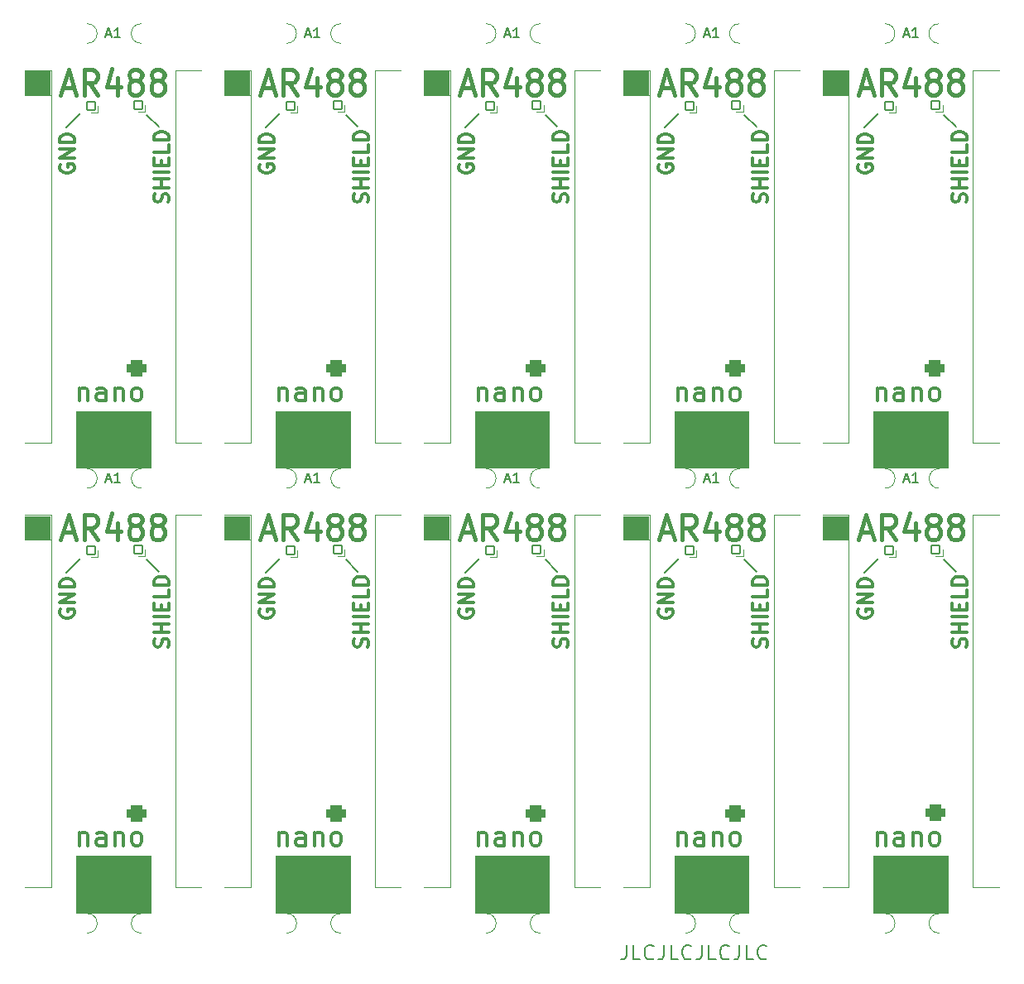
<source format=gto>
G04 #@! TF.GenerationSoftware,KiCad,Pcbnew,6.0.1-79c1e3a40b~116~ubuntu20.04.1*
G04 #@! TF.CreationDate,2022-01-18T16:31:01+01:00*
G04 #@! TF.ProjectId,10xNano_GPIB,3130784e-616e-46f5-9f47-5049422e6b69,rev?*
G04 #@! TF.SameCoordinates,Original*
G04 #@! TF.FileFunction,Legend,Top*
G04 #@! TF.FilePolarity,Positive*
%FSLAX46Y46*%
G04 Gerber Fmt 4.6, Leading zero omitted, Abs format (unit mm)*
G04 Created by KiCad (PCBNEW 6.0.1-79c1e3a40b~116~ubuntu20.04.1) date 2022-01-18 16:31:01*
%MOMM*%
%LPD*%
G01*
G04 APERTURE LIST*
G04 Aperture macros list*
%AMRoundRect*
0 Rectangle with rounded corners*
0 $1 Rounding radius*
0 $2 $3 $4 $5 $6 $7 $8 $9 X,Y pos of 4 corners*
0 Add a 4 corners polygon primitive as box body*
4,1,4,$2,$3,$4,$5,$6,$7,$8,$9,$2,$3,0*
0 Add four circle primitives for the rounded corners*
1,1,$1+$1,$2,$3*
1,1,$1+$1,$4,$5*
1,1,$1+$1,$6,$7*
1,1,$1+$1,$8,$9*
0 Add four rect primitives between the rounded corners*
20,1,$1+$1,$2,$3,$4,$5,0*
20,1,$1+$1,$4,$5,$6,$7,0*
20,1,$1+$1,$6,$7,$8,$9,0*
20,1,$1+$1,$8,$9,$2,$3,0*%
G04 Aperture macros list end*
%ADD10C,0.200000*%
%ADD11C,0.150000*%
%ADD12C,0.300000*%
%ADD13C,0.400000*%
%ADD14C,0.120000*%
%ADD15C,0.100000*%
%ADD16RoundRect,0.451000X0.600000X-0.400000X0.600000X0.400000X-0.600000X0.400000X-0.600000X-0.400000X0*%
%ADD17O,2.102000X1.702000*%
%ADD18RoundRect,0.051000X0.425000X0.425000X-0.425000X0.425000X-0.425000X-0.425000X0.425000X-0.425000X0*%
%ADD19C,0.602000*%
G04 APERTURE END LIST*
D10*
X117350439Y-101569447D02*
X115930439Y-102989447D01*
X56150439Y-56069447D02*
X54730439Y-57489447D01*
X62890439Y-56189447D02*
X64150439Y-57399447D01*
D11*
X95530439Y-57489447D02*
X96950439Y-56069447D01*
D10*
X76550439Y-56069447D02*
X75130439Y-57489447D01*
D11*
X136330439Y-57489447D02*
X137750439Y-56069447D01*
D10*
X144490439Y-56189447D02*
X145750439Y-57399447D01*
D11*
X75130439Y-57489447D02*
X76550439Y-56069447D01*
D10*
X137750439Y-56069447D02*
X136330439Y-57489447D01*
X56150439Y-101569447D02*
X54730439Y-102989447D01*
D11*
X136330439Y-102989447D02*
X137750439Y-101569447D01*
D10*
X96950439Y-101569447D02*
X95530439Y-102989447D01*
X137750439Y-101569447D02*
X136330439Y-102989447D01*
X124090439Y-101689447D02*
X125350439Y-102899447D01*
X103690439Y-56189447D02*
X104950439Y-57399447D01*
X83290439Y-101689447D02*
X84550439Y-102899447D01*
X83290439Y-56189447D02*
X84550439Y-57399447D01*
X96950439Y-56069447D02*
X95530439Y-57489447D01*
X117350439Y-56069447D02*
X115930439Y-57489447D01*
X124090439Y-56189447D02*
X125350439Y-57399447D01*
D11*
X115930439Y-57489447D02*
X117350439Y-56069447D01*
D10*
X76550439Y-101569447D02*
X75130439Y-102989447D01*
D11*
X54730439Y-57489447D02*
X56150439Y-56069447D01*
D10*
X62890439Y-101689447D02*
X64150439Y-102899447D01*
D11*
X115930439Y-102989447D02*
X117350439Y-101569447D01*
X95530439Y-102989447D02*
X96950439Y-101569447D01*
X54730439Y-102989447D02*
X56150439Y-101569447D01*
D10*
X144490439Y-101689447D02*
X145750439Y-102899447D01*
X103690439Y-101689447D02*
X104950439Y-102899447D01*
D11*
X75130439Y-102989447D02*
X76550439Y-101569447D01*
D12*
X94920439Y-106782304D02*
X94849010Y-106925161D01*
X94849010Y-107139447D01*
X94920439Y-107353732D01*
X95063296Y-107496589D01*
X95206153Y-107568018D01*
X95491867Y-107639447D01*
X95706153Y-107639447D01*
X95991867Y-107568018D01*
X96134724Y-107496589D01*
X96277581Y-107353732D01*
X96349010Y-107139447D01*
X96349010Y-106996589D01*
X96277581Y-106782304D01*
X96206153Y-106710875D01*
X95706153Y-106710875D01*
X95706153Y-106996589D01*
X96349010Y-106068018D02*
X94849010Y-106068018D01*
X96349010Y-105210875D01*
X94849010Y-105210875D01*
X96349010Y-104496589D02*
X94849010Y-104496589D01*
X94849010Y-104139447D01*
X94920439Y-103925161D01*
X95063296Y-103782304D01*
X95206153Y-103710875D01*
X95491867Y-103639447D01*
X95706153Y-103639447D01*
X95991867Y-103710875D01*
X96134724Y-103782304D01*
X96277581Y-103925161D01*
X96349010Y-104139447D01*
X96349010Y-104496589D01*
D13*
X135960439Y-98912780D02*
X137103296Y-98912780D01*
X135731867Y-99655637D02*
X136531867Y-97055637D01*
X137331867Y-99655637D01*
X139503296Y-99655637D02*
X138703296Y-98417542D01*
X138131867Y-99655637D02*
X138131867Y-97055637D01*
X139046153Y-97055637D01*
X139274724Y-97179447D01*
X139389010Y-97303256D01*
X139503296Y-97550875D01*
X139503296Y-97922304D01*
X139389010Y-98169923D01*
X139274724Y-98293732D01*
X139046153Y-98417542D01*
X138131867Y-98417542D01*
X141560439Y-97922304D02*
X141560439Y-99655637D01*
X140989010Y-96931827D02*
X140417581Y-98788970D01*
X141903296Y-98788970D01*
X143160439Y-98169923D02*
X142931867Y-98046113D01*
X142817581Y-97922304D01*
X142703296Y-97674685D01*
X142703296Y-97550875D01*
X142817581Y-97303256D01*
X142931867Y-97179447D01*
X143160439Y-97055637D01*
X143617581Y-97055637D01*
X143846153Y-97179447D01*
X143960439Y-97303256D01*
X144074724Y-97550875D01*
X144074724Y-97674685D01*
X143960439Y-97922304D01*
X143846153Y-98046113D01*
X143617581Y-98169923D01*
X143160439Y-98169923D01*
X142931867Y-98293732D01*
X142817581Y-98417542D01*
X142703296Y-98665161D01*
X142703296Y-99160399D01*
X142817581Y-99408018D01*
X142931867Y-99531827D01*
X143160439Y-99655637D01*
X143617581Y-99655637D01*
X143846153Y-99531827D01*
X143960439Y-99408018D01*
X144074724Y-99160399D01*
X144074724Y-98665161D01*
X143960439Y-98417542D01*
X143846153Y-98293732D01*
X143617581Y-98169923D01*
X145446153Y-98169923D02*
X145217581Y-98046113D01*
X145103296Y-97922304D01*
X144989010Y-97674685D01*
X144989010Y-97550875D01*
X145103296Y-97303256D01*
X145217581Y-97179447D01*
X145446153Y-97055637D01*
X145903296Y-97055637D01*
X146131867Y-97179447D01*
X146246153Y-97303256D01*
X146360439Y-97550875D01*
X146360439Y-97674685D01*
X146246153Y-97922304D01*
X146131867Y-98046113D01*
X145903296Y-98169923D01*
X145446153Y-98169923D01*
X145217581Y-98293732D01*
X145103296Y-98417542D01*
X144989010Y-98665161D01*
X144989010Y-99160399D01*
X145103296Y-99408018D01*
X145217581Y-99531827D01*
X145446153Y-99655637D01*
X145903296Y-99655637D01*
X146131867Y-99531827D01*
X146246153Y-99408018D01*
X146360439Y-99160399D01*
X146360439Y-98665161D01*
X146246153Y-98417542D01*
X146131867Y-98293732D01*
X145903296Y-98169923D01*
X115560439Y-53412780D02*
X116703296Y-53412780D01*
X115331867Y-54155637D02*
X116131867Y-51555637D01*
X116931867Y-54155637D01*
X119103296Y-54155637D02*
X118303296Y-52917542D01*
X117731867Y-54155637D02*
X117731867Y-51555637D01*
X118646153Y-51555637D01*
X118874724Y-51679447D01*
X118989010Y-51803256D01*
X119103296Y-52050875D01*
X119103296Y-52422304D01*
X118989010Y-52669923D01*
X118874724Y-52793732D01*
X118646153Y-52917542D01*
X117731867Y-52917542D01*
X121160439Y-52422304D02*
X121160439Y-54155637D01*
X120589010Y-51431827D02*
X120017581Y-53288970D01*
X121503296Y-53288970D01*
X122760439Y-52669923D02*
X122531867Y-52546113D01*
X122417581Y-52422304D01*
X122303296Y-52174685D01*
X122303296Y-52050875D01*
X122417581Y-51803256D01*
X122531867Y-51679447D01*
X122760439Y-51555637D01*
X123217581Y-51555637D01*
X123446153Y-51679447D01*
X123560439Y-51803256D01*
X123674724Y-52050875D01*
X123674724Y-52174685D01*
X123560439Y-52422304D01*
X123446153Y-52546113D01*
X123217581Y-52669923D01*
X122760439Y-52669923D01*
X122531867Y-52793732D01*
X122417581Y-52917542D01*
X122303296Y-53165161D01*
X122303296Y-53660399D01*
X122417581Y-53908018D01*
X122531867Y-54031827D01*
X122760439Y-54155637D01*
X123217581Y-54155637D01*
X123446153Y-54031827D01*
X123560439Y-53908018D01*
X123674724Y-53660399D01*
X123674724Y-53165161D01*
X123560439Y-52917542D01*
X123446153Y-52793732D01*
X123217581Y-52669923D01*
X125046153Y-52669923D02*
X124817581Y-52546113D01*
X124703296Y-52422304D01*
X124589010Y-52174685D01*
X124589010Y-52050875D01*
X124703296Y-51803256D01*
X124817581Y-51679447D01*
X125046153Y-51555637D01*
X125503296Y-51555637D01*
X125731867Y-51679447D01*
X125846153Y-51803256D01*
X125960439Y-52050875D01*
X125960439Y-52174685D01*
X125846153Y-52422304D01*
X125731867Y-52546113D01*
X125503296Y-52669923D01*
X125046153Y-52669923D01*
X124817581Y-52793732D01*
X124703296Y-52917542D01*
X124589010Y-53165161D01*
X124589010Y-53660399D01*
X124703296Y-53908018D01*
X124817581Y-54031827D01*
X125046153Y-54155637D01*
X125503296Y-54155637D01*
X125731867Y-54031827D01*
X125846153Y-53908018D01*
X125960439Y-53660399D01*
X125960439Y-53165161D01*
X125846153Y-52917542D01*
X125731867Y-52793732D01*
X125503296Y-52669923D01*
D12*
X74520439Y-106782304D02*
X74449010Y-106925161D01*
X74449010Y-107139447D01*
X74520439Y-107353732D01*
X74663296Y-107496589D01*
X74806153Y-107568018D01*
X75091867Y-107639447D01*
X75306153Y-107639447D01*
X75591867Y-107568018D01*
X75734724Y-107496589D01*
X75877581Y-107353732D01*
X75949010Y-107139447D01*
X75949010Y-106996589D01*
X75877581Y-106782304D01*
X75806153Y-106710875D01*
X75306153Y-106710875D01*
X75306153Y-106996589D01*
X75949010Y-106068018D02*
X74449010Y-106068018D01*
X75949010Y-105210875D01*
X74449010Y-105210875D01*
X75949010Y-104496589D02*
X74449010Y-104496589D01*
X74449010Y-104139447D01*
X74520439Y-103925161D01*
X74663296Y-103782304D01*
X74806153Y-103710875D01*
X75091867Y-103639447D01*
X75306153Y-103639447D01*
X75591867Y-103710875D01*
X75734724Y-103782304D01*
X75877581Y-103925161D01*
X75949010Y-104139447D01*
X75949010Y-104496589D01*
X74520439Y-61282304D02*
X74449010Y-61425161D01*
X74449010Y-61639447D01*
X74520439Y-61853732D01*
X74663296Y-61996589D01*
X74806153Y-62068018D01*
X75091867Y-62139447D01*
X75306153Y-62139447D01*
X75591867Y-62068018D01*
X75734724Y-61996589D01*
X75877581Y-61853732D01*
X75949010Y-61639447D01*
X75949010Y-61496589D01*
X75877581Y-61282304D01*
X75806153Y-61210875D01*
X75306153Y-61210875D01*
X75306153Y-61496589D01*
X75949010Y-60568018D02*
X74449010Y-60568018D01*
X75949010Y-59710875D01*
X74449010Y-59710875D01*
X75949010Y-58996589D02*
X74449010Y-58996589D01*
X74449010Y-58639447D01*
X74520439Y-58425161D01*
X74663296Y-58282304D01*
X74806153Y-58210875D01*
X75091867Y-58139447D01*
X75306153Y-58139447D01*
X75591867Y-58210875D01*
X75734724Y-58282304D01*
X75877581Y-58425161D01*
X75949010Y-58639447D01*
X75949010Y-58996589D01*
X115320439Y-106782304D02*
X115249010Y-106925161D01*
X115249010Y-107139447D01*
X115320439Y-107353732D01*
X115463296Y-107496589D01*
X115606153Y-107568018D01*
X115891867Y-107639447D01*
X116106153Y-107639447D01*
X116391867Y-107568018D01*
X116534724Y-107496589D01*
X116677581Y-107353732D01*
X116749010Y-107139447D01*
X116749010Y-106996589D01*
X116677581Y-106782304D01*
X116606153Y-106710875D01*
X116106153Y-106710875D01*
X116106153Y-106996589D01*
X116749010Y-106068018D02*
X115249010Y-106068018D01*
X116749010Y-105210875D01*
X115249010Y-105210875D01*
X116749010Y-104496589D02*
X115249010Y-104496589D01*
X115249010Y-104139447D01*
X115320439Y-103925161D01*
X115463296Y-103782304D01*
X115606153Y-103710875D01*
X115891867Y-103639447D01*
X116106153Y-103639447D01*
X116391867Y-103710875D01*
X116534724Y-103782304D01*
X116677581Y-103925161D01*
X116749010Y-104139447D01*
X116749010Y-104496589D01*
X76469142Y-129598428D02*
X76469142Y-130931761D01*
X76469142Y-129788904D02*
X76564380Y-129693666D01*
X76754857Y-129598428D01*
X77040571Y-129598428D01*
X77231047Y-129693666D01*
X77326285Y-129884142D01*
X77326285Y-130931761D01*
X79135809Y-130931761D02*
X79135809Y-129884142D01*
X79040571Y-129693666D01*
X78850095Y-129598428D01*
X78469142Y-129598428D01*
X78278666Y-129693666D01*
X79135809Y-130836523D02*
X78945333Y-130931761D01*
X78469142Y-130931761D01*
X78278666Y-130836523D01*
X78183428Y-130646047D01*
X78183428Y-130455571D01*
X78278666Y-130265095D01*
X78469142Y-130169857D01*
X78945333Y-130169857D01*
X79135809Y-130074619D01*
X80088190Y-129598428D02*
X80088190Y-130931761D01*
X80088190Y-129788904D02*
X80183428Y-129693666D01*
X80373904Y-129598428D01*
X80659619Y-129598428D01*
X80850095Y-129693666D01*
X80945333Y-129884142D01*
X80945333Y-130931761D01*
X82183428Y-130931761D02*
X81992952Y-130836523D01*
X81897714Y-130741285D01*
X81802476Y-130550809D01*
X81802476Y-129979380D01*
X81897714Y-129788904D01*
X81992952Y-129693666D01*
X82183428Y-129598428D01*
X82469142Y-129598428D01*
X82659619Y-129693666D01*
X82754857Y-129788904D01*
X82850095Y-129979380D01*
X82850095Y-130550809D01*
X82754857Y-130741285D01*
X82659619Y-130836523D01*
X82469142Y-130931761D01*
X82183428Y-130931761D01*
X137669142Y-84098428D02*
X137669142Y-85431761D01*
X137669142Y-84288904D02*
X137764380Y-84193666D01*
X137954857Y-84098428D01*
X138240571Y-84098428D01*
X138431047Y-84193666D01*
X138526285Y-84384142D01*
X138526285Y-85431761D01*
X140335809Y-85431761D02*
X140335809Y-84384142D01*
X140240571Y-84193666D01*
X140050095Y-84098428D01*
X139669142Y-84098428D01*
X139478666Y-84193666D01*
X140335809Y-85336523D02*
X140145333Y-85431761D01*
X139669142Y-85431761D01*
X139478666Y-85336523D01*
X139383428Y-85146047D01*
X139383428Y-84955571D01*
X139478666Y-84765095D01*
X139669142Y-84669857D01*
X140145333Y-84669857D01*
X140335809Y-84574619D01*
X141288190Y-84098428D02*
X141288190Y-85431761D01*
X141288190Y-84288904D02*
X141383428Y-84193666D01*
X141573904Y-84098428D01*
X141859619Y-84098428D01*
X142050095Y-84193666D01*
X142145333Y-84384142D01*
X142145333Y-85431761D01*
X143383428Y-85431761D02*
X143192952Y-85336523D01*
X143097714Y-85241285D01*
X143002476Y-85050809D01*
X143002476Y-84479380D01*
X143097714Y-84288904D01*
X143192952Y-84193666D01*
X143383428Y-84098428D01*
X143669142Y-84098428D01*
X143859619Y-84193666D01*
X143954857Y-84288904D01*
X144050095Y-84479380D01*
X144050095Y-85050809D01*
X143954857Y-85241285D01*
X143859619Y-85336523D01*
X143669142Y-85431761D01*
X143383428Y-85431761D01*
X76469142Y-84098428D02*
X76469142Y-85431761D01*
X76469142Y-84288904D02*
X76564380Y-84193666D01*
X76754857Y-84098428D01*
X77040571Y-84098428D01*
X77231047Y-84193666D01*
X77326285Y-84384142D01*
X77326285Y-85431761D01*
X79135809Y-85431761D02*
X79135809Y-84384142D01*
X79040571Y-84193666D01*
X78850095Y-84098428D01*
X78469142Y-84098428D01*
X78278666Y-84193666D01*
X79135809Y-85336523D02*
X78945333Y-85431761D01*
X78469142Y-85431761D01*
X78278666Y-85336523D01*
X78183428Y-85146047D01*
X78183428Y-84955571D01*
X78278666Y-84765095D01*
X78469142Y-84669857D01*
X78945333Y-84669857D01*
X79135809Y-84574619D01*
X80088190Y-84098428D02*
X80088190Y-85431761D01*
X80088190Y-84288904D02*
X80183428Y-84193666D01*
X80373904Y-84098428D01*
X80659619Y-84098428D01*
X80850095Y-84193666D01*
X80945333Y-84384142D01*
X80945333Y-85431761D01*
X82183428Y-85431761D02*
X81992952Y-85336523D01*
X81897714Y-85241285D01*
X81802476Y-85050809D01*
X81802476Y-84479380D01*
X81897714Y-84288904D01*
X81992952Y-84193666D01*
X82183428Y-84098428D01*
X82469142Y-84098428D01*
X82659619Y-84193666D01*
X82754857Y-84288904D01*
X82850095Y-84479380D01*
X82850095Y-85050809D01*
X82754857Y-85241285D01*
X82659619Y-85336523D01*
X82469142Y-85431761D01*
X82183428Y-85431761D01*
X96869142Y-129598428D02*
X96869142Y-130931761D01*
X96869142Y-129788904D02*
X96964380Y-129693666D01*
X97154857Y-129598428D01*
X97440571Y-129598428D01*
X97631047Y-129693666D01*
X97726285Y-129884142D01*
X97726285Y-130931761D01*
X99535809Y-130931761D02*
X99535809Y-129884142D01*
X99440571Y-129693666D01*
X99250095Y-129598428D01*
X98869142Y-129598428D01*
X98678666Y-129693666D01*
X99535809Y-130836523D02*
X99345333Y-130931761D01*
X98869142Y-130931761D01*
X98678666Y-130836523D01*
X98583428Y-130646047D01*
X98583428Y-130455571D01*
X98678666Y-130265095D01*
X98869142Y-130169857D01*
X99345333Y-130169857D01*
X99535809Y-130074619D01*
X100488190Y-129598428D02*
X100488190Y-130931761D01*
X100488190Y-129788904D02*
X100583428Y-129693666D01*
X100773904Y-129598428D01*
X101059619Y-129598428D01*
X101250095Y-129693666D01*
X101345333Y-129884142D01*
X101345333Y-130931761D01*
X102583428Y-130931761D02*
X102392952Y-130836523D01*
X102297714Y-130741285D01*
X102202476Y-130550809D01*
X102202476Y-129979380D01*
X102297714Y-129788904D01*
X102392952Y-129693666D01*
X102583428Y-129598428D01*
X102869142Y-129598428D01*
X103059619Y-129693666D01*
X103154857Y-129788904D01*
X103250095Y-129979380D01*
X103250095Y-130550809D01*
X103154857Y-130741285D01*
X103059619Y-130836523D01*
X102869142Y-130931761D01*
X102583428Y-130931761D01*
D13*
X54360439Y-98912780D02*
X55503296Y-98912780D01*
X54131867Y-99655637D02*
X54931867Y-97055637D01*
X55731867Y-99655637D01*
X57903296Y-99655637D02*
X57103296Y-98417542D01*
X56531867Y-99655637D02*
X56531867Y-97055637D01*
X57446153Y-97055637D01*
X57674724Y-97179447D01*
X57789010Y-97303256D01*
X57903296Y-97550875D01*
X57903296Y-97922304D01*
X57789010Y-98169923D01*
X57674724Y-98293732D01*
X57446153Y-98417542D01*
X56531867Y-98417542D01*
X59960439Y-97922304D02*
X59960439Y-99655637D01*
X59389010Y-96931827D02*
X58817581Y-98788970D01*
X60303296Y-98788970D01*
X61560439Y-98169923D02*
X61331867Y-98046113D01*
X61217581Y-97922304D01*
X61103296Y-97674685D01*
X61103296Y-97550875D01*
X61217581Y-97303256D01*
X61331867Y-97179447D01*
X61560439Y-97055637D01*
X62017581Y-97055637D01*
X62246153Y-97179447D01*
X62360439Y-97303256D01*
X62474724Y-97550875D01*
X62474724Y-97674685D01*
X62360439Y-97922304D01*
X62246153Y-98046113D01*
X62017581Y-98169923D01*
X61560439Y-98169923D01*
X61331867Y-98293732D01*
X61217581Y-98417542D01*
X61103296Y-98665161D01*
X61103296Y-99160399D01*
X61217581Y-99408018D01*
X61331867Y-99531827D01*
X61560439Y-99655637D01*
X62017581Y-99655637D01*
X62246153Y-99531827D01*
X62360439Y-99408018D01*
X62474724Y-99160399D01*
X62474724Y-98665161D01*
X62360439Y-98417542D01*
X62246153Y-98293732D01*
X62017581Y-98169923D01*
X63846153Y-98169923D02*
X63617581Y-98046113D01*
X63503296Y-97922304D01*
X63389010Y-97674685D01*
X63389010Y-97550875D01*
X63503296Y-97303256D01*
X63617581Y-97179447D01*
X63846153Y-97055637D01*
X64303296Y-97055637D01*
X64531867Y-97179447D01*
X64646153Y-97303256D01*
X64760439Y-97550875D01*
X64760439Y-97674685D01*
X64646153Y-97922304D01*
X64531867Y-98046113D01*
X64303296Y-98169923D01*
X63846153Y-98169923D01*
X63617581Y-98293732D01*
X63503296Y-98417542D01*
X63389010Y-98665161D01*
X63389010Y-99160399D01*
X63503296Y-99408018D01*
X63617581Y-99531827D01*
X63846153Y-99655637D01*
X64303296Y-99655637D01*
X64531867Y-99531827D01*
X64646153Y-99408018D01*
X64760439Y-99160399D01*
X64760439Y-98665161D01*
X64646153Y-98417542D01*
X64531867Y-98293732D01*
X64303296Y-98169923D01*
D12*
X54120439Y-61282304D02*
X54049010Y-61425161D01*
X54049010Y-61639447D01*
X54120439Y-61853732D01*
X54263296Y-61996589D01*
X54406153Y-62068018D01*
X54691867Y-62139447D01*
X54906153Y-62139447D01*
X55191867Y-62068018D01*
X55334724Y-61996589D01*
X55477581Y-61853732D01*
X55549010Y-61639447D01*
X55549010Y-61496589D01*
X55477581Y-61282304D01*
X55406153Y-61210875D01*
X54906153Y-61210875D01*
X54906153Y-61496589D01*
X55549010Y-60568018D02*
X54049010Y-60568018D01*
X55549010Y-59710875D01*
X54049010Y-59710875D01*
X55549010Y-58996589D02*
X54049010Y-58996589D01*
X54049010Y-58639447D01*
X54120439Y-58425161D01*
X54263296Y-58282304D01*
X54406153Y-58210875D01*
X54691867Y-58139447D01*
X54906153Y-58139447D01*
X55191867Y-58210875D01*
X55334724Y-58282304D01*
X55477581Y-58425161D01*
X55549010Y-58639447D01*
X55549010Y-58996589D01*
D13*
X95160439Y-53412780D02*
X96303296Y-53412780D01*
X94931867Y-54155637D02*
X95731867Y-51555637D01*
X96531867Y-54155637D01*
X98703296Y-54155637D02*
X97903296Y-52917542D01*
X97331867Y-54155637D02*
X97331867Y-51555637D01*
X98246153Y-51555637D01*
X98474724Y-51679447D01*
X98589010Y-51803256D01*
X98703296Y-52050875D01*
X98703296Y-52422304D01*
X98589010Y-52669923D01*
X98474724Y-52793732D01*
X98246153Y-52917542D01*
X97331867Y-52917542D01*
X100760439Y-52422304D02*
X100760439Y-54155637D01*
X100189010Y-51431827D02*
X99617581Y-53288970D01*
X101103296Y-53288970D01*
X102360439Y-52669923D02*
X102131867Y-52546113D01*
X102017581Y-52422304D01*
X101903296Y-52174685D01*
X101903296Y-52050875D01*
X102017581Y-51803256D01*
X102131867Y-51679447D01*
X102360439Y-51555637D01*
X102817581Y-51555637D01*
X103046153Y-51679447D01*
X103160439Y-51803256D01*
X103274724Y-52050875D01*
X103274724Y-52174685D01*
X103160439Y-52422304D01*
X103046153Y-52546113D01*
X102817581Y-52669923D01*
X102360439Y-52669923D01*
X102131867Y-52793732D01*
X102017581Y-52917542D01*
X101903296Y-53165161D01*
X101903296Y-53660399D01*
X102017581Y-53908018D01*
X102131867Y-54031827D01*
X102360439Y-54155637D01*
X102817581Y-54155637D01*
X103046153Y-54031827D01*
X103160439Y-53908018D01*
X103274724Y-53660399D01*
X103274724Y-53165161D01*
X103160439Y-52917542D01*
X103046153Y-52793732D01*
X102817581Y-52669923D01*
X104646153Y-52669923D02*
X104417581Y-52546113D01*
X104303296Y-52422304D01*
X104189010Y-52174685D01*
X104189010Y-52050875D01*
X104303296Y-51803256D01*
X104417581Y-51679447D01*
X104646153Y-51555637D01*
X105103296Y-51555637D01*
X105331867Y-51679447D01*
X105446153Y-51803256D01*
X105560439Y-52050875D01*
X105560439Y-52174685D01*
X105446153Y-52422304D01*
X105331867Y-52546113D01*
X105103296Y-52669923D01*
X104646153Y-52669923D01*
X104417581Y-52793732D01*
X104303296Y-52917542D01*
X104189010Y-53165161D01*
X104189010Y-53660399D01*
X104303296Y-53908018D01*
X104417581Y-54031827D01*
X104646153Y-54155637D01*
X105103296Y-54155637D01*
X105331867Y-54031827D01*
X105446153Y-53908018D01*
X105560439Y-53660399D01*
X105560439Y-53165161D01*
X105446153Y-52917542D01*
X105331867Y-52793732D01*
X105103296Y-52669923D01*
D12*
X126337581Y-110616589D02*
X126409010Y-110402304D01*
X126409010Y-110045161D01*
X126337581Y-109902304D01*
X126266153Y-109830875D01*
X126123296Y-109759447D01*
X125980439Y-109759447D01*
X125837581Y-109830875D01*
X125766153Y-109902304D01*
X125694724Y-110045161D01*
X125623296Y-110330875D01*
X125551867Y-110473732D01*
X125480439Y-110545161D01*
X125337581Y-110616589D01*
X125194724Y-110616589D01*
X125051867Y-110545161D01*
X124980439Y-110473732D01*
X124909010Y-110330875D01*
X124909010Y-109973732D01*
X124980439Y-109759447D01*
X126409010Y-109116589D02*
X124909010Y-109116589D01*
X125623296Y-109116589D02*
X125623296Y-108259447D01*
X126409010Y-108259447D02*
X124909010Y-108259447D01*
X126409010Y-107545161D02*
X124909010Y-107545161D01*
X125623296Y-106830875D02*
X125623296Y-106330875D01*
X126409010Y-106116589D02*
X126409010Y-106830875D01*
X124909010Y-106830875D01*
X124909010Y-106116589D01*
X126409010Y-104759447D02*
X126409010Y-105473732D01*
X124909010Y-105473732D01*
X126409010Y-104259447D02*
X124909010Y-104259447D01*
X124909010Y-103902304D01*
X124980439Y-103688018D01*
X125123296Y-103545161D01*
X125266153Y-103473732D01*
X125551867Y-103402304D01*
X125766153Y-103402304D01*
X126051867Y-103473732D01*
X126194724Y-103545161D01*
X126337581Y-103688018D01*
X126409010Y-103902304D01*
X126409010Y-104259447D01*
X146737581Y-65116589D02*
X146809010Y-64902304D01*
X146809010Y-64545161D01*
X146737581Y-64402304D01*
X146666153Y-64330875D01*
X146523296Y-64259447D01*
X146380439Y-64259447D01*
X146237581Y-64330875D01*
X146166153Y-64402304D01*
X146094724Y-64545161D01*
X146023296Y-64830875D01*
X145951867Y-64973732D01*
X145880439Y-65045161D01*
X145737581Y-65116589D01*
X145594724Y-65116589D01*
X145451867Y-65045161D01*
X145380439Y-64973732D01*
X145309010Y-64830875D01*
X145309010Y-64473732D01*
X145380439Y-64259447D01*
X146809010Y-63616589D02*
X145309010Y-63616589D01*
X146023296Y-63616589D02*
X146023296Y-62759447D01*
X146809010Y-62759447D02*
X145309010Y-62759447D01*
X146809010Y-62045161D02*
X145309010Y-62045161D01*
X146023296Y-61330875D02*
X146023296Y-60830875D01*
X146809010Y-60616589D02*
X146809010Y-61330875D01*
X145309010Y-61330875D01*
X145309010Y-60616589D01*
X146809010Y-59259447D02*
X146809010Y-59973732D01*
X145309010Y-59973732D01*
X146809010Y-58759447D02*
X145309010Y-58759447D01*
X145309010Y-58402304D01*
X145380439Y-58188018D01*
X145523296Y-58045161D01*
X145666153Y-57973732D01*
X145951867Y-57902304D01*
X146166153Y-57902304D01*
X146451867Y-57973732D01*
X146594724Y-58045161D01*
X146737581Y-58188018D01*
X146809010Y-58402304D01*
X146809010Y-58759447D01*
X115320439Y-61282304D02*
X115249010Y-61425161D01*
X115249010Y-61639447D01*
X115320439Y-61853732D01*
X115463296Y-61996589D01*
X115606153Y-62068018D01*
X115891867Y-62139447D01*
X116106153Y-62139447D01*
X116391867Y-62068018D01*
X116534724Y-61996589D01*
X116677581Y-61853732D01*
X116749010Y-61639447D01*
X116749010Y-61496589D01*
X116677581Y-61282304D01*
X116606153Y-61210875D01*
X116106153Y-61210875D01*
X116106153Y-61496589D01*
X116749010Y-60568018D02*
X115249010Y-60568018D01*
X116749010Y-59710875D01*
X115249010Y-59710875D01*
X116749010Y-58996589D02*
X115249010Y-58996589D01*
X115249010Y-58639447D01*
X115320439Y-58425161D01*
X115463296Y-58282304D01*
X115606153Y-58210875D01*
X115891867Y-58139447D01*
X116106153Y-58139447D01*
X116391867Y-58210875D01*
X116534724Y-58282304D01*
X116677581Y-58425161D01*
X116749010Y-58639447D01*
X116749010Y-58996589D01*
D13*
X74760439Y-53412780D02*
X75903296Y-53412780D01*
X74531867Y-54155637D02*
X75331867Y-51555637D01*
X76131867Y-54155637D01*
X78303296Y-54155637D02*
X77503296Y-52917542D01*
X76931867Y-54155637D02*
X76931867Y-51555637D01*
X77846153Y-51555637D01*
X78074724Y-51679447D01*
X78189010Y-51803256D01*
X78303296Y-52050875D01*
X78303296Y-52422304D01*
X78189010Y-52669923D01*
X78074724Y-52793732D01*
X77846153Y-52917542D01*
X76931867Y-52917542D01*
X80360439Y-52422304D02*
X80360439Y-54155637D01*
X79789010Y-51431827D02*
X79217581Y-53288970D01*
X80703296Y-53288970D01*
X81960439Y-52669923D02*
X81731867Y-52546113D01*
X81617581Y-52422304D01*
X81503296Y-52174685D01*
X81503296Y-52050875D01*
X81617581Y-51803256D01*
X81731867Y-51679447D01*
X81960439Y-51555637D01*
X82417581Y-51555637D01*
X82646153Y-51679447D01*
X82760439Y-51803256D01*
X82874724Y-52050875D01*
X82874724Y-52174685D01*
X82760439Y-52422304D01*
X82646153Y-52546113D01*
X82417581Y-52669923D01*
X81960439Y-52669923D01*
X81731867Y-52793732D01*
X81617581Y-52917542D01*
X81503296Y-53165161D01*
X81503296Y-53660399D01*
X81617581Y-53908018D01*
X81731867Y-54031827D01*
X81960439Y-54155637D01*
X82417581Y-54155637D01*
X82646153Y-54031827D01*
X82760439Y-53908018D01*
X82874724Y-53660399D01*
X82874724Y-53165161D01*
X82760439Y-52917542D01*
X82646153Y-52793732D01*
X82417581Y-52669923D01*
X84246153Y-52669923D02*
X84017581Y-52546113D01*
X83903296Y-52422304D01*
X83789010Y-52174685D01*
X83789010Y-52050875D01*
X83903296Y-51803256D01*
X84017581Y-51679447D01*
X84246153Y-51555637D01*
X84703296Y-51555637D01*
X84931867Y-51679447D01*
X85046153Y-51803256D01*
X85160439Y-52050875D01*
X85160439Y-52174685D01*
X85046153Y-52422304D01*
X84931867Y-52546113D01*
X84703296Y-52669923D01*
X84246153Y-52669923D01*
X84017581Y-52793732D01*
X83903296Y-52917542D01*
X83789010Y-53165161D01*
X83789010Y-53660399D01*
X83903296Y-53908018D01*
X84017581Y-54031827D01*
X84246153Y-54155637D01*
X84703296Y-54155637D01*
X84931867Y-54031827D01*
X85046153Y-53908018D01*
X85160439Y-53660399D01*
X85160439Y-53165161D01*
X85046153Y-52917542D01*
X84931867Y-52793732D01*
X84703296Y-52669923D01*
D12*
X56069142Y-129598428D02*
X56069142Y-130931761D01*
X56069142Y-129788904D02*
X56164380Y-129693666D01*
X56354857Y-129598428D01*
X56640571Y-129598428D01*
X56831047Y-129693666D01*
X56926285Y-129884142D01*
X56926285Y-130931761D01*
X58735809Y-130931761D02*
X58735809Y-129884142D01*
X58640571Y-129693666D01*
X58450095Y-129598428D01*
X58069142Y-129598428D01*
X57878666Y-129693666D01*
X58735809Y-130836523D02*
X58545333Y-130931761D01*
X58069142Y-130931761D01*
X57878666Y-130836523D01*
X57783428Y-130646047D01*
X57783428Y-130455571D01*
X57878666Y-130265095D01*
X58069142Y-130169857D01*
X58545333Y-130169857D01*
X58735809Y-130074619D01*
X59688190Y-129598428D02*
X59688190Y-130931761D01*
X59688190Y-129788904D02*
X59783428Y-129693666D01*
X59973904Y-129598428D01*
X60259619Y-129598428D01*
X60450095Y-129693666D01*
X60545333Y-129884142D01*
X60545333Y-130931761D01*
X61783428Y-130931761D02*
X61592952Y-130836523D01*
X61497714Y-130741285D01*
X61402476Y-130550809D01*
X61402476Y-129979380D01*
X61497714Y-129788904D01*
X61592952Y-129693666D01*
X61783428Y-129598428D01*
X62069142Y-129598428D01*
X62259619Y-129693666D01*
X62354857Y-129788904D01*
X62450095Y-129979380D01*
X62450095Y-130550809D01*
X62354857Y-130741285D01*
X62259619Y-130836523D01*
X62069142Y-130931761D01*
X61783428Y-130931761D01*
D13*
X74760439Y-98912780D02*
X75903296Y-98912780D01*
X74531867Y-99655637D02*
X75331867Y-97055637D01*
X76131867Y-99655637D01*
X78303296Y-99655637D02*
X77503296Y-98417542D01*
X76931867Y-99655637D02*
X76931867Y-97055637D01*
X77846153Y-97055637D01*
X78074724Y-97179447D01*
X78189010Y-97303256D01*
X78303296Y-97550875D01*
X78303296Y-97922304D01*
X78189010Y-98169923D01*
X78074724Y-98293732D01*
X77846153Y-98417542D01*
X76931867Y-98417542D01*
X80360439Y-97922304D02*
X80360439Y-99655637D01*
X79789010Y-96931827D02*
X79217581Y-98788970D01*
X80703296Y-98788970D01*
X81960439Y-98169923D02*
X81731867Y-98046113D01*
X81617581Y-97922304D01*
X81503296Y-97674685D01*
X81503296Y-97550875D01*
X81617581Y-97303256D01*
X81731867Y-97179447D01*
X81960439Y-97055637D01*
X82417581Y-97055637D01*
X82646153Y-97179447D01*
X82760439Y-97303256D01*
X82874724Y-97550875D01*
X82874724Y-97674685D01*
X82760439Y-97922304D01*
X82646153Y-98046113D01*
X82417581Y-98169923D01*
X81960439Y-98169923D01*
X81731867Y-98293732D01*
X81617581Y-98417542D01*
X81503296Y-98665161D01*
X81503296Y-99160399D01*
X81617581Y-99408018D01*
X81731867Y-99531827D01*
X81960439Y-99655637D01*
X82417581Y-99655637D01*
X82646153Y-99531827D01*
X82760439Y-99408018D01*
X82874724Y-99160399D01*
X82874724Y-98665161D01*
X82760439Y-98417542D01*
X82646153Y-98293732D01*
X82417581Y-98169923D01*
X84246153Y-98169923D02*
X84017581Y-98046113D01*
X83903296Y-97922304D01*
X83789010Y-97674685D01*
X83789010Y-97550875D01*
X83903296Y-97303256D01*
X84017581Y-97179447D01*
X84246153Y-97055637D01*
X84703296Y-97055637D01*
X84931867Y-97179447D01*
X85046153Y-97303256D01*
X85160439Y-97550875D01*
X85160439Y-97674685D01*
X85046153Y-97922304D01*
X84931867Y-98046113D01*
X84703296Y-98169923D01*
X84246153Y-98169923D01*
X84017581Y-98293732D01*
X83903296Y-98417542D01*
X83789010Y-98665161D01*
X83789010Y-99160399D01*
X83903296Y-99408018D01*
X84017581Y-99531827D01*
X84246153Y-99655637D01*
X84703296Y-99655637D01*
X84931867Y-99531827D01*
X85046153Y-99408018D01*
X85160439Y-99160399D01*
X85160439Y-98665161D01*
X85046153Y-98417542D01*
X84931867Y-98293732D01*
X84703296Y-98169923D01*
D12*
X135720439Y-61282304D02*
X135649010Y-61425161D01*
X135649010Y-61639447D01*
X135720439Y-61853732D01*
X135863296Y-61996589D01*
X136006153Y-62068018D01*
X136291867Y-62139447D01*
X136506153Y-62139447D01*
X136791867Y-62068018D01*
X136934724Y-61996589D01*
X137077581Y-61853732D01*
X137149010Y-61639447D01*
X137149010Y-61496589D01*
X137077581Y-61282304D01*
X137006153Y-61210875D01*
X136506153Y-61210875D01*
X136506153Y-61496589D01*
X137149010Y-60568018D02*
X135649010Y-60568018D01*
X137149010Y-59710875D01*
X135649010Y-59710875D01*
X137149010Y-58996589D02*
X135649010Y-58996589D01*
X135649010Y-58639447D01*
X135720439Y-58425161D01*
X135863296Y-58282304D01*
X136006153Y-58210875D01*
X136291867Y-58139447D01*
X136506153Y-58139447D01*
X136791867Y-58210875D01*
X136934724Y-58282304D01*
X137077581Y-58425161D01*
X137149010Y-58639447D01*
X137149010Y-58996589D01*
X137669142Y-129598428D02*
X137669142Y-130931761D01*
X137669142Y-129788904D02*
X137764380Y-129693666D01*
X137954857Y-129598428D01*
X138240571Y-129598428D01*
X138431047Y-129693666D01*
X138526285Y-129884142D01*
X138526285Y-130931761D01*
X140335809Y-130931761D02*
X140335809Y-129884142D01*
X140240571Y-129693666D01*
X140050095Y-129598428D01*
X139669142Y-129598428D01*
X139478666Y-129693666D01*
X140335809Y-130836523D02*
X140145333Y-130931761D01*
X139669142Y-130931761D01*
X139478666Y-130836523D01*
X139383428Y-130646047D01*
X139383428Y-130455571D01*
X139478666Y-130265095D01*
X139669142Y-130169857D01*
X140145333Y-130169857D01*
X140335809Y-130074619D01*
X141288190Y-129598428D02*
X141288190Y-130931761D01*
X141288190Y-129788904D02*
X141383428Y-129693666D01*
X141573904Y-129598428D01*
X141859619Y-129598428D01*
X142050095Y-129693666D01*
X142145333Y-129884142D01*
X142145333Y-130931761D01*
X143383428Y-130931761D02*
X143192952Y-130836523D01*
X143097714Y-130741285D01*
X143002476Y-130550809D01*
X143002476Y-129979380D01*
X143097714Y-129788904D01*
X143192952Y-129693666D01*
X143383428Y-129598428D01*
X143669142Y-129598428D01*
X143859619Y-129693666D01*
X143954857Y-129788904D01*
X144050095Y-129979380D01*
X144050095Y-130550809D01*
X143954857Y-130741285D01*
X143859619Y-130836523D01*
X143669142Y-130931761D01*
X143383428Y-130931761D01*
X96869142Y-84098428D02*
X96869142Y-85431761D01*
X96869142Y-84288904D02*
X96964380Y-84193666D01*
X97154857Y-84098428D01*
X97440571Y-84098428D01*
X97631047Y-84193666D01*
X97726285Y-84384142D01*
X97726285Y-85431761D01*
X99535809Y-85431761D02*
X99535809Y-84384142D01*
X99440571Y-84193666D01*
X99250095Y-84098428D01*
X98869142Y-84098428D01*
X98678666Y-84193666D01*
X99535809Y-85336523D02*
X99345333Y-85431761D01*
X98869142Y-85431761D01*
X98678666Y-85336523D01*
X98583428Y-85146047D01*
X98583428Y-84955571D01*
X98678666Y-84765095D01*
X98869142Y-84669857D01*
X99345333Y-84669857D01*
X99535809Y-84574619D01*
X100488190Y-84098428D02*
X100488190Y-85431761D01*
X100488190Y-84288904D02*
X100583428Y-84193666D01*
X100773904Y-84098428D01*
X101059619Y-84098428D01*
X101250095Y-84193666D01*
X101345333Y-84384142D01*
X101345333Y-85431761D01*
X102583428Y-85431761D02*
X102392952Y-85336523D01*
X102297714Y-85241285D01*
X102202476Y-85050809D01*
X102202476Y-84479380D01*
X102297714Y-84288904D01*
X102392952Y-84193666D01*
X102583428Y-84098428D01*
X102869142Y-84098428D01*
X103059619Y-84193666D01*
X103154857Y-84288904D01*
X103250095Y-84479380D01*
X103250095Y-85050809D01*
X103154857Y-85241285D01*
X103059619Y-85336523D01*
X102869142Y-85431761D01*
X102583428Y-85431761D01*
X117269142Y-84098428D02*
X117269142Y-85431761D01*
X117269142Y-84288904D02*
X117364380Y-84193666D01*
X117554857Y-84098428D01*
X117840571Y-84098428D01*
X118031047Y-84193666D01*
X118126285Y-84384142D01*
X118126285Y-85431761D01*
X119935809Y-85431761D02*
X119935809Y-84384142D01*
X119840571Y-84193666D01*
X119650095Y-84098428D01*
X119269142Y-84098428D01*
X119078666Y-84193666D01*
X119935809Y-85336523D02*
X119745333Y-85431761D01*
X119269142Y-85431761D01*
X119078666Y-85336523D01*
X118983428Y-85146047D01*
X118983428Y-84955571D01*
X119078666Y-84765095D01*
X119269142Y-84669857D01*
X119745333Y-84669857D01*
X119935809Y-84574619D01*
X120888190Y-84098428D02*
X120888190Y-85431761D01*
X120888190Y-84288904D02*
X120983428Y-84193666D01*
X121173904Y-84098428D01*
X121459619Y-84098428D01*
X121650095Y-84193666D01*
X121745333Y-84384142D01*
X121745333Y-85431761D01*
X122983428Y-85431761D02*
X122792952Y-85336523D01*
X122697714Y-85241285D01*
X122602476Y-85050809D01*
X122602476Y-84479380D01*
X122697714Y-84288904D01*
X122792952Y-84193666D01*
X122983428Y-84098428D01*
X123269142Y-84098428D01*
X123459619Y-84193666D01*
X123554857Y-84288904D01*
X123650095Y-84479380D01*
X123650095Y-85050809D01*
X123554857Y-85241285D01*
X123459619Y-85336523D01*
X123269142Y-85431761D01*
X122983428Y-85431761D01*
X65137581Y-110616589D02*
X65209010Y-110402304D01*
X65209010Y-110045161D01*
X65137581Y-109902304D01*
X65066153Y-109830875D01*
X64923296Y-109759447D01*
X64780439Y-109759447D01*
X64637581Y-109830875D01*
X64566153Y-109902304D01*
X64494724Y-110045161D01*
X64423296Y-110330875D01*
X64351867Y-110473732D01*
X64280439Y-110545161D01*
X64137581Y-110616589D01*
X63994724Y-110616589D01*
X63851867Y-110545161D01*
X63780439Y-110473732D01*
X63709010Y-110330875D01*
X63709010Y-109973732D01*
X63780439Y-109759447D01*
X65209010Y-109116589D02*
X63709010Y-109116589D01*
X64423296Y-109116589D02*
X64423296Y-108259447D01*
X65209010Y-108259447D02*
X63709010Y-108259447D01*
X65209010Y-107545161D02*
X63709010Y-107545161D01*
X64423296Y-106830875D02*
X64423296Y-106330875D01*
X65209010Y-106116589D02*
X65209010Y-106830875D01*
X63709010Y-106830875D01*
X63709010Y-106116589D01*
X65209010Y-104759447D02*
X65209010Y-105473732D01*
X63709010Y-105473732D01*
X65209010Y-104259447D02*
X63709010Y-104259447D01*
X63709010Y-103902304D01*
X63780439Y-103688018D01*
X63923296Y-103545161D01*
X64066153Y-103473732D01*
X64351867Y-103402304D01*
X64566153Y-103402304D01*
X64851867Y-103473732D01*
X64994724Y-103545161D01*
X65137581Y-103688018D01*
X65209010Y-103902304D01*
X65209010Y-104259447D01*
X117269142Y-129598428D02*
X117269142Y-130931761D01*
X117269142Y-129788904D02*
X117364380Y-129693666D01*
X117554857Y-129598428D01*
X117840571Y-129598428D01*
X118031047Y-129693666D01*
X118126285Y-129884142D01*
X118126285Y-130931761D01*
X119935809Y-130931761D02*
X119935809Y-129884142D01*
X119840571Y-129693666D01*
X119650095Y-129598428D01*
X119269142Y-129598428D01*
X119078666Y-129693666D01*
X119935809Y-130836523D02*
X119745333Y-130931761D01*
X119269142Y-130931761D01*
X119078666Y-130836523D01*
X118983428Y-130646047D01*
X118983428Y-130455571D01*
X119078666Y-130265095D01*
X119269142Y-130169857D01*
X119745333Y-130169857D01*
X119935809Y-130074619D01*
X120888190Y-129598428D02*
X120888190Y-130931761D01*
X120888190Y-129788904D02*
X120983428Y-129693666D01*
X121173904Y-129598428D01*
X121459619Y-129598428D01*
X121650095Y-129693666D01*
X121745333Y-129884142D01*
X121745333Y-130931761D01*
X122983428Y-130931761D02*
X122792952Y-130836523D01*
X122697714Y-130741285D01*
X122602476Y-130550809D01*
X122602476Y-129979380D01*
X122697714Y-129788904D01*
X122792952Y-129693666D01*
X122983428Y-129598428D01*
X123269142Y-129598428D01*
X123459619Y-129693666D01*
X123554857Y-129788904D01*
X123650095Y-129979380D01*
X123650095Y-130550809D01*
X123554857Y-130741285D01*
X123459619Y-130836523D01*
X123269142Y-130931761D01*
X122983428Y-130931761D01*
X135720439Y-106782304D02*
X135649010Y-106925161D01*
X135649010Y-107139447D01*
X135720439Y-107353732D01*
X135863296Y-107496589D01*
X136006153Y-107568018D01*
X136291867Y-107639447D01*
X136506153Y-107639447D01*
X136791867Y-107568018D01*
X136934724Y-107496589D01*
X137077581Y-107353732D01*
X137149010Y-107139447D01*
X137149010Y-106996589D01*
X137077581Y-106782304D01*
X137006153Y-106710875D01*
X136506153Y-106710875D01*
X136506153Y-106996589D01*
X137149010Y-106068018D02*
X135649010Y-106068018D01*
X137149010Y-105210875D01*
X135649010Y-105210875D01*
X137149010Y-104496589D02*
X135649010Y-104496589D01*
X135649010Y-104139447D01*
X135720439Y-103925161D01*
X135863296Y-103782304D01*
X136006153Y-103710875D01*
X136291867Y-103639447D01*
X136506153Y-103639447D01*
X136791867Y-103710875D01*
X136934724Y-103782304D01*
X137077581Y-103925161D01*
X137149010Y-104139447D01*
X137149010Y-104496589D01*
D10*
X111995535Y-141100911D02*
X111995535Y-142172340D01*
X111924107Y-142386625D01*
X111781249Y-142529482D01*
X111566964Y-142600911D01*
X111424107Y-142600911D01*
X113424107Y-142600911D02*
X112709821Y-142600911D01*
X112709821Y-141100911D01*
X114781249Y-142458054D02*
X114709821Y-142529482D01*
X114495535Y-142600911D01*
X114352678Y-142600911D01*
X114138392Y-142529482D01*
X113995535Y-142386625D01*
X113924107Y-142243768D01*
X113852678Y-141958054D01*
X113852678Y-141743768D01*
X113924107Y-141458054D01*
X113995535Y-141315197D01*
X114138392Y-141172340D01*
X114352678Y-141100911D01*
X114495535Y-141100911D01*
X114709821Y-141172340D01*
X114781249Y-141243768D01*
X115852678Y-141100911D02*
X115852678Y-142172340D01*
X115781249Y-142386625D01*
X115638392Y-142529482D01*
X115424107Y-142600911D01*
X115281249Y-142600911D01*
X117281249Y-142600911D02*
X116566964Y-142600911D01*
X116566964Y-141100911D01*
X118638392Y-142458054D02*
X118566964Y-142529482D01*
X118352678Y-142600911D01*
X118209821Y-142600911D01*
X117995535Y-142529482D01*
X117852678Y-142386625D01*
X117781249Y-142243768D01*
X117709821Y-141958054D01*
X117709821Y-141743768D01*
X117781249Y-141458054D01*
X117852678Y-141315197D01*
X117995535Y-141172340D01*
X118209821Y-141100911D01*
X118352678Y-141100911D01*
X118566964Y-141172340D01*
X118638392Y-141243768D01*
X119709821Y-141100911D02*
X119709821Y-142172340D01*
X119638392Y-142386625D01*
X119495535Y-142529482D01*
X119281249Y-142600911D01*
X119138392Y-142600911D01*
X121138392Y-142600911D02*
X120424107Y-142600911D01*
X120424107Y-141100911D01*
X122495535Y-142458054D02*
X122424107Y-142529482D01*
X122209821Y-142600911D01*
X122066964Y-142600911D01*
X121852678Y-142529482D01*
X121709821Y-142386625D01*
X121638392Y-142243768D01*
X121566964Y-141958054D01*
X121566964Y-141743768D01*
X121638392Y-141458054D01*
X121709821Y-141315197D01*
X121852678Y-141172340D01*
X122066964Y-141100911D01*
X122209821Y-141100911D01*
X122424107Y-141172340D01*
X122495535Y-141243768D01*
X123566964Y-141100911D02*
X123566964Y-142172340D01*
X123495535Y-142386625D01*
X123352678Y-142529482D01*
X123138392Y-142600911D01*
X122995535Y-142600911D01*
X124995535Y-142600911D02*
X124281249Y-142600911D01*
X124281249Y-141100911D01*
X126352678Y-142458054D02*
X126281249Y-142529482D01*
X126066964Y-142600911D01*
X125924107Y-142600911D01*
X125709821Y-142529482D01*
X125566964Y-142386625D01*
X125495535Y-142243768D01*
X125424107Y-141958054D01*
X125424107Y-141743768D01*
X125495535Y-141458054D01*
X125566964Y-141315197D01*
X125709821Y-141172340D01*
X125924107Y-141100911D01*
X126066964Y-141100911D01*
X126281249Y-141172340D01*
X126352678Y-141243768D01*
D12*
X105937581Y-110616589D02*
X106009010Y-110402304D01*
X106009010Y-110045161D01*
X105937581Y-109902304D01*
X105866153Y-109830875D01*
X105723296Y-109759447D01*
X105580439Y-109759447D01*
X105437581Y-109830875D01*
X105366153Y-109902304D01*
X105294724Y-110045161D01*
X105223296Y-110330875D01*
X105151867Y-110473732D01*
X105080439Y-110545161D01*
X104937581Y-110616589D01*
X104794724Y-110616589D01*
X104651867Y-110545161D01*
X104580439Y-110473732D01*
X104509010Y-110330875D01*
X104509010Y-109973732D01*
X104580439Y-109759447D01*
X106009010Y-109116589D02*
X104509010Y-109116589D01*
X105223296Y-109116589D02*
X105223296Y-108259447D01*
X106009010Y-108259447D02*
X104509010Y-108259447D01*
X106009010Y-107545161D02*
X104509010Y-107545161D01*
X105223296Y-106830875D02*
X105223296Y-106330875D01*
X106009010Y-106116589D02*
X106009010Y-106830875D01*
X104509010Y-106830875D01*
X104509010Y-106116589D01*
X106009010Y-104759447D02*
X106009010Y-105473732D01*
X104509010Y-105473732D01*
X106009010Y-104259447D02*
X104509010Y-104259447D01*
X104509010Y-103902304D01*
X104580439Y-103688018D01*
X104723296Y-103545161D01*
X104866153Y-103473732D01*
X105151867Y-103402304D01*
X105366153Y-103402304D01*
X105651867Y-103473732D01*
X105794724Y-103545161D01*
X105937581Y-103688018D01*
X106009010Y-103902304D01*
X106009010Y-104259447D01*
X126337581Y-65116589D02*
X126409010Y-64902304D01*
X126409010Y-64545161D01*
X126337581Y-64402304D01*
X126266153Y-64330875D01*
X126123296Y-64259447D01*
X125980439Y-64259447D01*
X125837581Y-64330875D01*
X125766153Y-64402304D01*
X125694724Y-64545161D01*
X125623296Y-64830875D01*
X125551867Y-64973732D01*
X125480439Y-65045161D01*
X125337581Y-65116589D01*
X125194724Y-65116589D01*
X125051867Y-65045161D01*
X124980439Y-64973732D01*
X124909010Y-64830875D01*
X124909010Y-64473732D01*
X124980439Y-64259447D01*
X126409010Y-63616589D02*
X124909010Y-63616589D01*
X125623296Y-63616589D02*
X125623296Y-62759447D01*
X126409010Y-62759447D02*
X124909010Y-62759447D01*
X126409010Y-62045161D02*
X124909010Y-62045161D01*
X125623296Y-61330875D02*
X125623296Y-60830875D01*
X126409010Y-60616589D02*
X126409010Y-61330875D01*
X124909010Y-61330875D01*
X124909010Y-60616589D01*
X126409010Y-59259447D02*
X126409010Y-59973732D01*
X124909010Y-59973732D01*
X126409010Y-58759447D02*
X124909010Y-58759447D01*
X124909010Y-58402304D01*
X124980439Y-58188018D01*
X125123296Y-58045161D01*
X125266153Y-57973732D01*
X125551867Y-57902304D01*
X125766153Y-57902304D01*
X126051867Y-57973732D01*
X126194724Y-58045161D01*
X126337581Y-58188018D01*
X126409010Y-58402304D01*
X126409010Y-58759447D01*
X105937581Y-65116589D02*
X106009010Y-64902304D01*
X106009010Y-64545161D01*
X105937581Y-64402304D01*
X105866153Y-64330875D01*
X105723296Y-64259447D01*
X105580439Y-64259447D01*
X105437581Y-64330875D01*
X105366153Y-64402304D01*
X105294724Y-64545161D01*
X105223296Y-64830875D01*
X105151867Y-64973732D01*
X105080439Y-65045161D01*
X104937581Y-65116589D01*
X104794724Y-65116589D01*
X104651867Y-65045161D01*
X104580439Y-64973732D01*
X104509010Y-64830875D01*
X104509010Y-64473732D01*
X104580439Y-64259447D01*
X106009010Y-63616589D02*
X104509010Y-63616589D01*
X105223296Y-63616589D02*
X105223296Y-62759447D01*
X106009010Y-62759447D02*
X104509010Y-62759447D01*
X106009010Y-62045161D02*
X104509010Y-62045161D01*
X105223296Y-61330875D02*
X105223296Y-60830875D01*
X106009010Y-60616589D02*
X106009010Y-61330875D01*
X104509010Y-61330875D01*
X104509010Y-60616589D01*
X106009010Y-59259447D02*
X106009010Y-59973732D01*
X104509010Y-59973732D01*
X106009010Y-58759447D02*
X104509010Y-58759447D01*
X104509010Y-58402304D01*
X104580439Y-58188018D01*
X104723296Y-58045161D01*
X104866153Y-57973732D01*
X105151867Y-57902304D01*
X105366153Y-57902304D01*
X105651867Y-57973732D01*
X105794724Y-58045161D01*
X105937581Y-58188018D01*
X106009010Y-58402304D01*
X106009010Y-58759447D01*
D13*
X135960439Y-53412780D02*
X137103296Y-53412780D01*
X135731867Y-54155637D02*
X136531867Y-51555637D01*
X137331867Y-54155637D01*
X139503296Y-54155637D02*
X138703296Y-52917542D01*
X138131867Y-54155637D02*
X138131867Y-51555637D01*
X139046153Y-51555637D01*
X139274724Y-51679447D01*
X139389010Y-51803256D01*
X139503296Y-52050875D01*
X139503296Y-52422304D01*
X139389010Y-52669923D01*
X139274724Y-52793732D01*
X139046153Y-52917542D01*
X138131867Y-52917542D01*
X141560439Y-52422304D02*
X141560439Y-54155637D01*
X140989010Y-51431827D02*
X140417581Y-53288970D01*
X141903296Y-53288970D01*
X143160439Y-52669923D02*
X142931867Y-52546113D01*
X142817581Y-52422304D01*
X142703296Y-52174685D01*
X142703296Y-52050875D01*
X142817581Y-51803256D01*
X142931867Y-51679447D01*
X143160439Y-51555637D01*
X143617581Y-51555637D01*
X143846153Y-51679447D01*
X143960439Y-51803256D01*
X144074724Y-52050875D01*
X144074724Y-52174685D01*
X143960439Y-52422304D01*
X143846153Y-52546113D01*
X143617581Y-52669923D01*
X143160439Y-52669923D01*
X142931867Y-52793732D01*
X142817581Y-52917542D01*
X142703296Y-53165161D01*
X142703296Y-53660399D01*
X142817581Y-53908018D01*
X142931867Y-54031827D01*
X143160439Y-54155637D01*
X143617581Y-54155637D01*
X143846153Y-54031827D01*
X143960439Y-53908018D01*
X144074724Y-53660399D01*
X144074724Y-53165161D01*
X143960439Y-52917542D01*
X143846153Y-52793732D01*
X143617581Y-52669923D01*
X145446153Y-52669923D02*
X145217581Y-52546113D01*
X145103296Y-52422304D01*
X144989010Y-52174685D01*
X144989010Y-52050875D01*
X145103296Y-51803256D01*
X145217581Y-51679447D01*
X145446153Y-51555637D01*
X145903296Y-51555637D01*
X146131867Y-51679447D01*
X146246153Y-51803256D01*
X146360439Y-52050875D01*
X146360439Y-52174685D01*
X146246153Y-52422304D01*
X146131867Y-52546113D01*
X145903296Y-52669923D01*
X145446153Y-52669923D01*
X145217581Y-52793732D01*
X145103296Y-52917542D01*
X144989010Y-53165161D01*
X144989010Y-53660399D01*
X145103296Y-53908018D01*
X145217581Y-54031827D01*
X145446153Y-54155637D01*
X145903296Y-54155637D01*
X146131867Y-54031827D01*
X146246153Y-53908018D01*
X146360439Y-53660399D01*
X146360439Y-53165161D01*
X146246153Y-52917542D01*
X146131867Y-52793732D01*
X145903296Y-52669923D01*
D12*
X146737581Y-110616589D02*
X146809010Y-110402304D01*
X146809010Y-110045161D01*
X146737581Y-109902304D01*
X146666153Y-109830875D01*
X146523296Y-109759447D01*
X146380439Y-109759447D01*
X146237581Y-109830875D01*
X146166153Y-109902304D01*
X146094724Y-110045161D01*
X146023296Y-110330875D01*
X145951867Y-110473732D01*
X145880439Y-110545161D01*
X145737581Y-110616589D01*
X145594724Y-110616589D01*
X145451867Y-110545161D01*
X145380439Y-110473732D01*
X145309010Y-110330875D01*
X145309010Y-109973732D01*
X145380439Y-109759447D01*
X146809010Y-109116589D02*
X145309010Y-109116589D01*
X146023296Y-109116589D02*
X146023296Y-108259447D01*
X146809010Y-108259447D02*
X145309010Y-108259447D01*
X146809010Y-107545161D02*
X145309010Y-107545161D01*
X146023296Y-106830875D02*
X146023296Y-106330875D01*
X146809010Y-106116589D02*
X146809010Y-106830875D01*
X145309010Y-106830875D01*
X145309010Y-106116589D01*
X146809010Y-104759447D02*
X146809010Y-105473732D01*
X145309010Y-105473732D01*
X146809010Y-104259447D02*
X145309010Y-104259447D01*
X145309010Y-103902304D01*
X145380439Y-103688018D01*
X145523296Y-103545161D01*
X145666153Y-103473732D01*
X145951867Y-103402304D01*
X146166153Y-103402304D01*
X146451867Y-103473732D01*
X146594724Y-103545161D01*
X146737581Y-103688018D01*
X146809010Y-103902304D01*
X146809010Y-104259447D01*
X54120439Y-106782304D02*
X54049010Y-106925161D01*
X54049010Y-107139447D01*
X54120439Y-107353732D01*
X54263296Y-107496589D01*
X54406153Y-107568018D01*
X54691867Y-107639447D01*
X54906153Y-107639447D01*
X55191867Y-107568018D01*
X55334724Y-107496589D01*
X55477581Y-107353732D01*
X55549010Y-107139447D01*
X55549010Y-106996589D01*
X55477581Y-106782304D01*
X55406153Y-106710875D01*
X54906153Y-106710875D01*
X54906153Y-106996589D01*
X55549010Y-106068018D02*
X54049010Y-106068018D01*
X55549010Y-105210875D01*
X54049010Y-105210875D01*
X55549010Y-104496589D02*
X54049010Y-104496589D01*
X54049010Y-104139447D01*
X54120439Y-103925161D01*
X54263296Y-103782304D01*
X54406153Y-103710875D01*
X54691867Y-103639447D01*
X54906153Y-103639447D01*
X55191867Y-103710875D01*
X55334724Y-103782304D01*
X55477581Y-103925161D01*
X55549010Y-104139447D01*
X55549010Y-104496589D01*
X65137581Y-65116589D02*
X65209010Y-64902304D01*
X65209010Y-64545161D01*
X65137581Y-64402304D01*
X65066153Y-64330875D01*
X64923296Y-64259447D01*
X64780439Y-64259447D01*
X64637581Y-64330875D01*
X64566153Y-64402304D01*
X64494724Y-64545161D01*
X64423296Y-64830875D01*
X64351867Y-64973732D01*
X64280439Y-65045161D01*
X64137581Y-65116589D01*
X63994724Y-65116589D01*
X63851867Y-65045161D01*
X63780439Y-64973732D01*
X63709010Y-64830875D01*
X63709010Y-64473732D01*
X63780439Y-64259447D01*
X65209010Y-63616589D02*
X63709010Y-63616589D01*
X64423296Y-63616589D02*
X64423296Y-62759447D01*
X65209010Y-62759447D02*
X63709010Y-62759447D01*
X65209010Y-62045161D02*
X63709010Y-62045161D01*
X64423296Y-61330875D02*
X64423296Y-60830875D01*
X65209010Y-60616589D02*
X65209010Y-61330875D01*
X63709010Y-61330875D01*
X63709010Y-60616589D01*
X65209010Y-59259447D02*
X65209010Y-59973732D01*
X63709010Y-59973732D01*
X65209010Y-58759447D02*
X63709010Y-58759447D01*
X63709010Y-58402304D01*
X63780439Y-58188018D01*
X63923296Y-58045161D01*
X64066153Y-57973732D01*
X64351867Y-57902304D01*
X64566153Y-57902304D01*
X64851867Y-57973732D01*
X64994724Y-58045161D01*
X65137581Y-58188018D01*
X65209010Y-58402304D01*
X65209010Y-58759447D01*
X85537581Y-110616589D02*
X85609010Y-110402304D01*
X85609010Y-110045161D01*
X85537581Y-109902304D01*
X85466153Y-109830875D01*
X85323296Y-109759447D01*
X85180439Y-109759447D01*
X85037581Y-109830875D01*
X84966153Y-109902304D01*
X84894724Y-110045161D01*
X84823296Y-110330875D01*
X84751867Y-110473732D01*
X84680439Y-110545161D01*
X84537581Y-110616589D01*
X84394724Y-110616589D01*
X84251867Y-110545161D01*
X84180439Y-110473732D01*
X84109010Y-110330875D01*
X84109010Y-109973732D01*
X84180439Y-109759447D01*
X85609010Y-109116589D02*
X84109010Y-109116589D01*
X84823296Y-109116589D02*
X84823296Y-108259447D01*
X85609010Y-108259447D02*
X84109010Y-108259447D01*
X85609010Y-107545161D02*
X84109010Y-107545161D01*
X84823296Y-106830875D02*
X84823296Y-106330875D01*
X85609010Y-106116589D02*
X85609010Y-106830875D01*
X84109010Y-106830875D01*
X84109010Y-106116589D01*
X85609010Y-104759447D02*
X85609010Y-105473732D01*
X84109010Y-105473732D01*
X85609010Y-104259447D02*
X84109010Y-104259447D01*
X84109010Y-103902304D01*
X84180439Y-103688018D01*
X84323296Y-103545161D01*
X84466153Y-103473732D01*
X84751867Y-103402304D01*
X84966153Y-103402304D01*
X85251867Y-103473732D01*
X85394724Y-103545161D01*
X85537581Y-103688018D01*
X85609010Y-103902304D01*
X85609010Y-104259447D01*
D13*
X95160439Y-98912780D02*
X96303296Y-98912780D01*
X94931867Y-99655637D02*
X95731867Y-97055637D01*
X96531867Y-99655637D01*
X98703296Y-99655637D02*
X97903296Y-98417542D01*
X97331867Y-99655637D02*
X97331867Y-97055637D01*
X98246153Y-97055637D01*
X98474724Y-97179447D01*
X98589010Y-97303256D01*
X98703296Y-97550875D01*
X98703296Y-97922304D01*
X98589010Y-98169923D01*
X98474724Y-98293732D01*
X98246153Y-98417542D01*
X97331867Y-98417542D01*
X100760439Y-97922304D02*
X100760439Y-99655637D01*
X100189010Y-96931827D02*
X99617581Y-98788970D01*
X101103296Y-98788970D01*
X102360439Y-98169923D02*
X102131867Y-98046113D01*
X102017581Y-97922304D01*
X101903296Y-97674685D01*
X101903296Y-97550875D01*
X102017581Y-97303256D01*
X102131867Y-97179447D01*
X102360439Y-97055637D01*
X102817581Y-97055637D01*
X103046153Y-97179447D01*
X103160439Y-97303256D01*
X103274724Y-97550875D01*
X103274724Y-97674685D01*
X103160439Y-97922304D01*
X103046153Y-98046113D01*
X102817581Y-98169923D01*
X102360439Y-98169923D01*
X102131867Y-98293732D01*
X102017581Y-98417542D01*
X101903296Y-98665161D01*
X101903296Y-99160399D01*
X102017581Y-99408018D01*
X102131867Y-99531827D01*
X102360439Y-99655637D01*
X102817581Y-99655637D01*
X103046153Y-99531827D01*
X103160439Y-99408018D01*
X103274724Y-99160399D01*
X103274724Y-98665161D01*
X103160439Y-98417542D01*
X103046153Y-98293732D01*
X102817581Y-98169923D01*
X104646153Y-98169923D02*
X104417581Y-98046113D01*
X104303296Y-97922304D01*
X104189010Y-97674685D01*
X104189010Y-97550875D01*
X104303296Y-97303256D01*
X104417581Y-97179447D01*
X104646153Y-97055637D01*
X105103296Y-97055637D01*
X105331867Y-97179447D01*
X105446153Y-97303256D01*
X105560439Y-97550875D01*
X105560439Y-97674685D01*
X105446153Y-97922304D01*
X105331867Y-98046113D01*
X105103296Y-98169923D01*
X104646153Y-98169923D01*
X104417581Y-98293732D01*
X104303296Y-98417542D01*
X104189010Y-98665161D01*
X104189010Y-99160399D01*
X104303296Y-99408018D01*
X104417581Y-99531827D01*
X104646153Y-99655637D01*
X105103296Y-99655637D01*
X105331867Y-99531827D01*
X105446153Y-99408018D01*
X105560439Y-99160399D01*
X105560439Y-98665161D01*
X105446153Y-98417542D01*
X105331867Y-98293732D01*
X105103296Y-98169923D01*
X115560439Y-98912780D02*
X116703296Y-98912780D01*
X115331867Y-99655637D02*
X116131867Y-97055637D01*
X116931867Y-99655637D01*
X119103296Y-99655637D02*
X118303296Y-98417542D01*
X117731867Y-99655637D02*
X117731867Y-97055637D01*
X118646153Y-97055637D01*
X118874724Y-97179447D01*
X118989010Y-97303256D01*
X119103296Y-97550875D01*
X119103296Y-97922304D01*
X118989010Y-98169923D01*
X118874724Y-98293732D01*
X118646153Y-98417542D01*
X117731867Y-98417542D01*
X121160439Y-97922304D02*
X121160439Y-99655637D01*
X120589010Y-96931827D02*
X120017581Y-98788970D01*
X121503296Y-98788970D01*
X122760439Y-98169923D02*
X122531867Y-98046113D01*
X122417581Y-97922304D01*
X122303296Y-97674685D01*
X122303296Y-97550875D01*
X122417581Y-97303256D01*
X122531867Y-97179447D01*
X122760439Y-97055637D01*
X123217581Y-97055637D01*
X123446153Y-97179447D01*
X123560439Y-97303256D01*
X123674724Y-97550875D01*
X123674724Y-97674685D01*
X123560439Y-97922304D01*
X123446153Y-98046113D01*
X123217581Y-98169923D01*
X122760439Y-98169923D01*
X122531867Y-98293732D01*
X122417581Y-98417542D01*
X122303296Y-98665161D01*
X122303296Y-99160399D01*
X122417581Y-99408018D01*
X122531867Y-99531827D01*
X122760439Y-99655637D01*
X123217581Y-99655637D01*
X123446153Y-99531827D01*
X123560439Y-99408018D01*
X123674724Y-99160399D01*
X123674724Y-98665161D01*
X123560439Y-98417542D01*
X123446153Y-98293732D01*
X123217581Y-98169923D01*
X125046153Y-98169923D02*
X124817581Y-98046113D01*
X124703296Y-97922304D01*
X124589010Y-97674685D01*
X124589010Y-97550875D01*
X124703296Y-97303256D01*
X124817581Y-97179447D01*
X125046153Y-97055637D01*
X125503296Y-97055637D01*
X125731867Y-97179447D01*
X125846153Y-97303256D01*
X125960439Y-97550875D01*
X125960439Y-97674685D01*
X125846153Y-97922304D01*
X125731867Y-98046113D01*
X125503296Y-98169923D01*
X125046153Y-98169923D01*
X124817581Y-98293732D01*
X124703296Y-98417542D01*
X124589010Y-98665161D01*
X124589010Y-99160399D01*
X124703296Y-99408018D01*
X124817581Y-99531827D01*
X125046153Y-99655637D01*
X125503296Y-99655637D01*
X125731867Y-99531827D01*
X125846153Y-99408018D01*
X125960439Y-99160399D01*
X125960439Y-98665161D01*
X125846153Y-98417542D01*
X125731867Y-98293732D01*
X125503296Y-98169923D01*
D12*
X94920439Y-61282304D02*
X94849010Y-61425161D01*
X94849010Y-61639447D01*
X94920439Y-61853732D01*
X95063296Y-61996589D01*
X95206153Y-62068018D01*
X95491867Y-62139447D01*
X95706153Y-62139447D01*
X95991867Y-62068018D01*
X96134724Y-61996589D01*
X96277581Y-61853732D01*
X96349010Y-61639447D01*
X96349010Y-61496589D01*
X96277581Y-61282304D01*
X96206153Y-61210875D01*
X95706153Y-61210875D01*
X95706153Y-61496589D01*
X96349010Y-60568018D02*
X94849010Y-60568018D01*
X96349010Y-59710875D01*
X94849010Y-59710875D01*
X96349010Y-58996589D02*
X94849010Y-58996589D01*
X94849010Y-58639447D01*
X94920439Y-58425161D01*
X95063296Y-58282304D01*
X95206153Y-58210875D01*
X95491867Y-58139447D01*
X95706153Y-58139447D01*
X95991867Y-58210875D01*
X96134724Y-58282304D01*
X96277581Y-58425161D01*
X96349010Y-58639447D01*
X96349010Y-58996589D01*
D13*
X54360439Y-53412780D02*
X55503296Y-53412780D01*
X54131867Y-54155637D02*
X54931867Y-51555637D01*
X55731867Y-54155637D01*
X57903296Y-54155637D02*
X57103296Y-52917542D01*
X56531867Y-54155637D02*
X56531867Y-51555637D01*
X57446153Y-51555637D01*
X57674724Y-51679447D01*
X57789010Y-51803256D01*
X57903296Y-52050875D01*
X57903296Y-52422304D01*
X57789010Y-52669923D01*
X57674724Y-52793732D01*
X57446153Y-52917542D01*
X56531867Y-52917542D01*
X59960439Y-52422304D02*
X59960439Y-54155637D01*
X59389010Y-51431827D02*
X58817581Y-53288970D01*
X60303296Y-53288970D01*
X61560439Y-52669923D02*
X61331867Y-52546113D01*
X61217581Y-52422304D01*
X61103296Y-52174685D01*
X61103296Y-52050875D01*
X61217581Y-51803256D01*
X61331867Y-51679447D01*
X61560439Y-51555637D01*
X62017581Y-51555637D01*
X62246153Y-51679447D01*
X62360439Y-51803256D01*
X62474724Y-52050875D01*
X62474724Y-52174685D01*
X62360439Y-52422304D01*
X62246153Y-52546113D01*
X62017581Y-52669923D01*
X61560439Y-52669923D01*
X61331867Y-52793732D01*
X61217581Y-52917542D01*
X61103296Y-53165161D01*
X61103296Y-53660399D01*
X61217581Y-53908018D01*
X61331867Y-54031827D01*
X61560439Y-54155637D01*
X62017581Y-54155637D01*
X62246153Y-54031827D01*
X62360439Y-53908018D01*
X62474724Y-53660399D01*
X62474724Y-53165161D01*
X62360439Y-52917542D01*
X62246153Y-52793732D01*
X62017581Y-52669923D01*
X63846153Y-52669923D02*
X63617581Y-52546113D01*
X63503296Y-52422304D01*
X63389010Y-52174685D01*
X63389010Y-52050875D01*
X63503296Y-51803256D01*
X63617581Y-51679447D01*
X63846153Y-51555637D01*
X64303296Y-51555637D01*
X64531867Y-51679447D01*
X64646153Y-51803256D01*
X64760439Y-52050875D01*
X64760439Y-52174685D01*
X64646153Y-52422304D01*
X64531867Y-52546113D01*
X64303296Y-52669923D01*
X63846153Y-52669923D01*
X63617581Y-52793732D01*
X63503296Y-52917542D01*
X63389010Y-53165161D01*
X63389010Y-53660399D01*
X63503296Y-53908018D01*
X63617581Y-54031827D01*
X63846153Y-54155637D01*
X64303296Y-54155637D01*
X64531867Y-54031827D01*
X64646153Y-53908018D01*
X64760439Y-53660399D01*
X64760439Y-53165161D01*
X64646153Y-52917542D01*
X64531867Y-52793732D01*
X64303296Y-52669923D01*
D12*
X56069142Y-84098428D02*
X56069142Y-85431761D01*
X56069142Y-84288904D02*
X56164380Y-84193666D01*
X56354857Y-84098428D01*
X56640571Y-84098428D01*
X56831047Y-84193666D01*
X56926285Y-84384142D01*
X56926285Y-85431761D01*
X58735809Y-85431761D02*
X58735809Y-84384142D01*
X58640571Y-84193666D01*
X58450095Y-84098428D01*
X58069142Y-84098428D01*
X57878666Y-84193666D01*
X58735809Y-85336523D02*
X58545333Y-85431761D01*
X58069142Y-85431761D01*
X57878666Y-85336523D01*
X57783428Y-85146047D01*
X57783428Y-84955571D01*
X57878666Y-84765095D01*
X58069142Y-84669857D01*
X58545333Y-84669857D01*
X58735809Y-84574619D01*
X59688190Y-84098428D02*
X59688190Y-85431761D01*
X59688190Y-84288904D02*
X59783428Y-84193666D01*
X59973904Y-84098428D01*
X60259619Y-84098428D01*
X60450095Y-84193666D01*
X60545333Y-84384142D01*
X60545333Y-85431761D01*
X61783428Y-85431761D02*
X61592952Y-85336523D01*
X61497714Y-85241285D01*
X61402476Y-85050809D01*
X61402476Y-84479380D01*
X61497714Y-84288904D01*
X61592952Y-84193666D01*
X61783428Y-84098428D01*
X62069142Y-84098428D01*
X62259619Y-84193666D01*
X62354857Y-84288904D01*
X62450095Y-84479380D01*
X62450095Y-85050809D01*
X62354857Y-85241285D01*
X62259619Y-85336523D01*
X62069142Y-85431761D01*
X61783428Y-85431761D01*
X85537581Y-65116589D02*
X85609010Y-64902304D01*
X85609010Y-64545161D01*
X85537581Y-64402304D01*
X85466153Y-64330875D01*
X85323296Y-64259447D01*
X85180439Y-64259447D01*
X85037581Y-64330875D01*
X84966153Y-64402304D01*
X84894724Y-64545161D01*
X84823296Y-64830875D01*
X84751867Y-64973732D01*
X84680439Y-65045161D01*
X84537581Y-65116589D01*
X84394724Y-65116589D01*
X84251867Y-65045161D01*
X84180439Y-64973732D01*
X84109010Y-64830875D01*
X84109010Y-64473732D01*
X84180439Y-64259447D01*
X85609010Y-63616589D02*
X84109010Y-63616589D01*
X84823296Y-63616589D02*
X84823296Y-62759447D01*
X85609010Y-62759447D02*
X84109010Y-62759447D01*
X85609010Y-62045161D02*
X84109010Y-62045161D01*
X84823296Y-61330875D02*
X84823296Y-60830875D01*
X85609010Y-60616589D02*
X85609010Y-61330875D01*
X84109010Y-61330875D01*
X84109010Y-60616589D01*
X85609010Y-59259447D02*
X85609010Y-59973732D01*
X84109010Y-59973732D01*
X85609010Y-58759447D02*
X84109010Y-58759447D01*
X84109010Y-58402304D01*
X84180439Y-58188018D01*
X84323296Y-58045161D01*
X84466153Y-57973732D01*
X84751867Y-57902304D01*
X84966153Y-57902304D01*
X85251867Y-57973732D01*
X85394724Y-58045161D01*
X85537581Y-58188018D01*
X85609010Y-58402304D01*
X85609010Y-58759447D01*
D11*
X119995714Y-47966666D02*
X120471904Y-47966666D01*
X119900476Y-48252380D02*
X120233809Y-47252380D01*
X120567142Y-48252380D01*
X121424285Y-48252380D02*
X120852857Y-48252380D01*
X121138571Y-48252380D02*
X121138571Y-47252380D01*
X121043333Y-47395238D01*
X120948095Y-47490476D01*
X120852857Y-47538095D01*
X79195714Y-47966666D02*
X79671904Y-47966666D01*
X79100476Y-48252380D02*
X79433809Y-47252380D01*
X79767142Y-48252380D01*
X80624285Y-48252380D02*
X80052857Y-48252380D01*
X80338571Y-48252380D02*
X80338571Y-47252380D01*
X80243333Y-47395238D01*
X80148095Y-47490476D01*
X80052857Y-47538095D01*
X119995714Y-93466666D02*
X120471904Y-93466666D01*
X119900476Y-93752380D02*
X120233809Y-92752380D01*
X120567142Y-93752380D01*
X121424285Y-93752380D02*
X120852857Y-93752380D01*
X121138571Y-93752380D02*
X121138571Y-92752380D01*
X121043333Y-92895238D01*
X120948095Y-92990476D01*
X120852857Y-93038095D01*
X79195714Y-93466666D02*
X79671904Y-93466666D01*
X79100476Y-93752380D02*
X79433809Y-92752380D01*
X79767142Y-93752380D01*
X80624285Y-93752380D02*
X80052857Y-93752380D01*
X80338571Y-93752380D02*
X80338571Y-92752380D01*
X80243333Y-92895238D01*
X80148095Y-92990476D01*
X80052857Y-93038095D01*
X99595714Y-47966666D02*
X100071904Y-47966666D01*
X99500476Y-48252380D02*
X99833809Y-47252380D01*
X100167142Y-48252380D01*
X101024285Y-48252380D02*
X100452857Y-48252380D01*
X100738571Y-48252380D02*
X100738571Y-47252380D01*
X100643333Y-47395238D01*
X100548095Y-47490476D01*
X100452857Y-47538095D01*
X140395714Y-47966666D02*
X140871904Y-47966666D01*
X140300476Y-48252380D02*
X140633809Y-47252380D01*
X140967142Y-48252380D01*
X141824285Y-48252380D02*
X141252857Y-48252380D01*
X141538571Y-48252380D02*
X141538571Y-47252380D01*
X141443333Y-47395238D01*
X141348095Y-47490476D01*
X141252857Y-47538095D01*
X99595714Y-93466666D02*
X100071904Y-93466666D01*
X99500476Y-93752380D02*
X99833809Y-92752380D01*
X100167142Y-93752380D01*
X101024285Y-93752380D02*
X100452857Y-93752380D01*
X100738571Y-93752380D02*
X100738571Y-92752380D01*
X100643333Y-92895238D01*
X100548095Y-92990476D01*
X100452857Y-93038095D01*
X140395714Y-93466666D02*
X140871904Y-93466666D01*
X140300476Y-93752380D02*
X140633809Y-92752380D01*
X140967142Y-93752380D01*
X141824285Y-93752380D02*
X141252857Y-93752380D01*
X141538571Y-93752380D02*
X141538571Y-92752380D01*
X141443333Y-92895238D01*
X141348095Y-92990476D01*
X141252857Y-93038095D01*
X58795714Y-93466666D02*
X59271904Y-93466666D01*
X58700476Y-93752380D02*
X59033809Y-92752380D01*
X59367142Y-93752380D01*
X60224285Y-93752380D02*
X59652857Y-93752380D01*
X59938571Y-93752380D02*
X59938571Y-92752380D01*
X59843333Y-92895238D01*
X59748095Y-92990476D01*
X59652857Y-93038095D01*
X58795714Y-47966666D02*
X59271904Y-47966666D01*
X58700476Y-48252380D02*
X59033809Y-47252380D01*
X59367142Y-48252380D01*
X60224285Y-48252380D02*
X59652857Y-48252380D01*
X59938571Y-48252380D02*
X59938571Y-47252380D01*
X59843333Y-47395238D01*
X59748095Y-47490476D01*
X59652857Y-47538095D01*
D14*
X98725439Y-101414447D02*
X98030439Y-101414447D01*
X98725439Y-100729447D02*
X98725439Y-101414447D01*
X123935439Y-101354447D02*
X123240439Y-101354447D01*
X123935439Y-100669447D02*
X123935439Y-101354447D01*
X98725439Y-55229447D02*
X98725439Y-55914447D01*
X98725439Y-55914447D02*
X98030439Y-55914447D01*
X144335439Y-100669447D02*
X144335439Y-101354447D01*
X144335439Y-101354447D02*
X143640439Y-101354447D01*
X57925439Y-55229447D02*
X57925439Y-55914447D01*
X57925439Y-55914447D02*
X57230439Y-55914447D01*
D15*
X77260000Y-48860000D02*
G75*
G03*
X77260000Y-46860000I0J1000000D01*
G01*
X82760000Y-46860000D02*
G75*
G03*
X82760000Y-48860000I0J-1000000D01*
G01*
D14*
X114360000Y-89710000D02*
X111690000Y-89710000D01*
X114360000Y-54150000D02*
X114360000Y-51610000D01*
X127060000Y-51610000D02*
X129730000Y-51610000D01*
X114360000Y-54150000D02*
X111690000Y-54150000D01*
X114360000Y-54150000D02*
X114360000Y-89710000D01*
X127060000Y-51610000D02*
X127060000Y-89710000D01*
X114360000Y-51610000D02*
X111690000Y-51610000D01*
X127060000Y-89710000D02*
X129730000Y-89710000D01*
X116900000Y-86470000D02*
X124510000Y-86470000D01*
X124510000Y-86470000D02*
X124510000Y-92280000D01*
X124510000Y-92280000D02*
X116900000Y-92280000D01*
X116900000Y-92280000D02*
X116900000Y-86470000D01*
G36*
X116900000Y-86470000D02*
G01*
X124510000Y-86470000D01*
X124510000Y-92280000D01*
X116900000Y-92280000D01*
X116900000Y-86470000D01*
G37*
X111710000Y-51720000D02*
X114250000Y-51720000D01*
X114250000Y-51720000D02*
X114250000Y-54040000D01*
X114250000Y-54040000D02*
X111710000Y-54040000D01*
X111710000Y-54040000D02*
X111710000Y-51720000D01*
G36*
X111710000Y-51720000D02*
G01*
X114250000Y-51720000D01*
X114250000Y-54040000D01*
X111710000Y-54040000D01*
X111710000Y-51720000D01*
G37*
D15*
X62370000Y-92380000D02*
G75*
G03*
X62370000Y-94380000I0J-1000000D01*
G01*
X56870000Y-94380000D02*
G75*
G03*
X56870000Y-92380000I0J1000000D01*
G01*
D14*
X73560000Y-54150000D02*
X73560000Y-89710000D01*
X73560000Y-89710000D02*
X70890000Y-89710000D01*
X86260000Y-51610000D02*
X86260000Y-89710000D01*
X86260000Y-89710000D02*
X88930000Y-89710000D01*
X73560000Y-54150000D02*
X73560000Y-51610000D01*
X86260000Y-51610000D02*
X88930000Y-51610000D01*
X73560000Y-51610000D02*
X70890000Y-51610000D01*
X73560000Y-54150000D02*
X70890000Y-54150000D01*
X70910000Y-51720000D02*
X73450000Y-51720000D01*
X73450000Y-51720000D02*
X73450000Y-54040000D01*
X73450000Y-54040000D02*
X70910000Y-54040000D01*
X70910000Y-54040000D02*
X70910000Y-51720000D01*
G36*
X70910000Y-51720000D02*
G01*
X73450000Y-51720000D01*
X73450000Y-54040000D01*
X70910000Y-54040000D01*
X70910000Y-51720000D01*
G37*
X76100000Y-86470000D02*
X83710000Y-86470000D01*
X83710000Y-86470000D02*
X83710000Y-92280000D01*
X83710000Y-92280000D02*
X76100000Y-92280000D01*
X76100000Y-92280000D02*
X76100000Y-86470000D01*
G36*
X76100000Y-86470000D02*
G01*
X83710000Y-86470000D01*
X83710000Y-92280000D01*
X76100000Y-92280000D01*
X76100000Y-86470000D01*
G37*
X127060000Y-97110000D02*
X129730000Y-97110000D01*
X114360000Y-99650000D02*
X114360000Y-97110000D01*
X127060000Y-135210000D02*
X129730000Y-135210000D01*
X114360000Y-99650000D02*
X114360000Y-135210000D01*
X114360000Y-135210000D02*
X111690000Y-135210000D01*
X127060000Y-97110000D02*
X127060000Y-135210000D01*
X114360000Y-97110000D02*
X111690000Y-97110000D01*
X114360000Y-99650000D02*
X111690000Y-99650000D01*
X116900000Y-131970000D02*
X124510000Y-131970000D01*
X124510000Y-131970000D02*
X124510000Y-137780000D01*
X124510000Y-137780000D02*
X116900000Y-137780000D01*
X116900000Y-137780000D02*
X116900000Y-131970000D01*
G36*
X116900000Y-131970000D02*
G01*
X124510000Y-131970000D01*
X124510000Y-137780000D01*
X116900000Y-137780000D01*
X116900000Y-131970000D01*
G37*
X111710000Y-97220000D02*
X114250000Y-97220000D01*
X114250000Y-97220000D02*
X114250000Y-99540000D01*
X114250000Y-99540000D02*
X111710000Y-99540000D01*
X111710000Y-99540000D02*
X111710000Y-97220000D01*
G36*
X111710000Y-97220000D02*
G01*
X114250000Y-97220000D01*
X114250000Y-99540000D01*
X111710000Y-99540000D01*
X111710000Y-97220000D01*
G37*
X139525439Y-100729447D02*
X139525439Y-101414447D01*
X139525439Y-101414447D02*
X138830439Y-101414447D01*
X73560000Y-97110000D02*
X70890000Y-97110000D01*
X73560000Y-99650000D02*
X70890000Y-99650000D01*
X86260000Y-97110000D02*
X88930000Y-97110000D01*
X73560000Y-99650000D02*
X73560000Y-97110000D01*
X73560000Y-99650000D02*
X73560000Y-135210000D01*
X73560000Y-135210000D02*
X70890000Y-135210000D01*
X86260000Y-97110000D02*
X86260000Y-135210000D01*
X86260000Y-135210000D02*
X88930000Y-135210000D01*
X70910000Y-97220000D02*
X73450000Y-97220000D01*
X73450000Y-97220000D02*
X73450000Y-99540000D01*
X73450000Y-99540000D02*
X70910000Y-99540000D01*
X70910000Y-99540000D02*
X70910000Y-97220000D01*
G36*
X70910000Y-97220000D02*
G01*
X73450000Y-97220000D01*
X73450000Y-99540000D01*
X70910000Y-99540000D01*
X70910000Y-97220000D01*
G37*
X76100000Y-131970000D02*
X83710000Y-131970000D01*
X83710000Y-131970000D02*
X83710000Y-137780000D01*
X83710000Y-137780000D02*
X76100000Y-137780000D01*
X76100000Y-137780000D02*
X76100000Y-131970000D01*
G36*
X76100000Y-131970000D02*
G01*
X83710000Y-131970000D01*
X83710000Y-137780000D01*
X76100000Y-137780000D01*
X76100000Y-131970000D01*
G37*
D15*
X138470000Y-94380000D02*
G75*
G03*
X138470000Y-92380000I0J1000000D01*
G01*
X143970000Y-92380000D02*
G75*
G03*
X143970000Y-94380000I0J-1000000D01*
G01*
D14*
X78325439Y-55229447D02*
X78325439Y-55914447D01*
X78325439Y-55914447D02*
X77630439Y-55914447D01*
D15*
X123570000Y-137890000D02*
G75*
G03*
X123570000Y-139890000I0J-1000000D01*
G01*
X118070000Y-139890000D02*
G75*
G03*
X118070000Y-137890000I0J1000000D01*
G01*
D14*
X93960000Y-51610000D02*
X91290000Y-51610000D01*
X93960000Y-54150000D02*
X93960000Y-89710000D01*
X93960000Y-54150000D02*
X93960000Y-51610000D01*
X106660000Y-89710000D02*
X109330000Y-89710000D01*
X93960000Y-89710000D02*
X91290000Y-89710000D01*
X93960000Y-54150000D02*
X91290000Y-54150000D01*
X106660000Y-51610000D02*
X109330000Y-51610000D01*
X106660000Y-51610000D02*
X106660000Y-89710000D01*
X91310000Y-51720000D02*
X93850000Y-51720000D01*
X93850000Y-51720000D02*
X93850000Y-54040000D01*
X93850000Y-54040000D02*
X91310000Y-54040000D01*
X91310000Y-54040000D02*
X91310000Y-51720000D01*
G36*
X91310000Y-51720000D02*
G01*
X93850000Y-51720000D01*
X93850000Y-54040000D01*
X91310000Y-54040000D01*
X91310000Y-51720000D01*
G37*
X96500000Y-86470000D02*
X104110000Y-86470000D01*
X104110000Y-86470000D02*
X104110000Y-92280000D01*
X104110000Y-92280000D02*
X96500000Y-92280000D01*
X96500000Y-92280000D02*
X96500000Y-86470000D01*
G36*
X96500000Y-86470000D02*
G01*
X104110000Y-86470000D01*
X104110000Y-92280000D01*
X96500000Y-92280000D01*
X96500000Y-86470000D01*
G37*
X103535439Y-55169447D02*
X103535439Y-55854447D01*
X103535439Y-55854447D02*
X102840439Y-55854447D01*
X78325439Y-101414447D02*
X77630439Y-101414447D01*
X78325439Y-100729447D02*
X78325439Y-101414447D01*
X144335439Y-55169447D02*
X144335439Y-55854447D01*
X144335439Y-55854447D02*
X143640439Y-55854447D01*
X119125439Y-55229447D02*
X119125439Y-55914447D01*
X119125439Y-55914447D02*
X118430439Y-55914447D01*
D15*
X97670000Y-139890000D02*
G75*
G03*
X97670000Y-137890000I0J1000000D01*
G01*
X103170000Y-137890000D02*
G75*
G03*
X103170000Y-139890000I0J-1000000D01*
G01*
D14*
X147460000Y-89710000D02*
X150130000Y-89710000D01*
X134760000Y-54150000D02*
X134760000Y-89710000D01*
X134760000Y-51610000D02*
X132090000Y-51610000D01*
X134760000Y-54150000D02*
X132090000Y-54150000D01*
X147460000Y-51610000D02*
X150130000Y-51610000D01*
X134760000Y-54150000D02*
X134760000Y-51610000D01*
X147460000Y-51610000D02*
X147460000Y-89710000D01*
X134760000Y-89710000D02*
X132090000Y-89710000D01*
X137300000Y-86470000D02*
X144910000Y-86470000D01*
X144910000Y-86470000D02*
X144910000Y-92280000D01*
X144910000Y-92280000D02*
X137300000Y-92280000D01*
X137300000Y-92280000D02*
X137300000Y-86470000D01*
G36*
X137300000Y-86470000D02*
G01*
X144910000Y-86470000D01*
X144910000Y-92280000D01*
X137300000Y-92280000D01*
X137300000Y-86470000D01*
G37*
X132110000Y-51720000D02*
X134650000Y-51720000D01*
X134650000Y-51720000D02*
X134650000Y-54040000D01*
X134650000Y-54040000D02*
X132110000Y-54040000D01*
X132110000Y-54040000D02*
X132110000Y-51720000D01*
G36*
X132110000Y-51720000D02*
G01*
X134650000Y-51720000D01*
X134650000Y-54040000D01*
X132110000Y-54040000D01*
X132110000Y-51720000D01*
G37*
D15*
X118070000Y-94380000D02*
G75*
G03*
X118070000Y-92380000I0J1000000D01*
G01*
X123570000Y-92380000D02*
G75*
G03*
X123570000Y-94380000I0J-1000000D01*
G01*
D14*
X139525439Y-55229447D02*
X139525439Y-55914447D01*
X139525439Y-55914447D02*
X138830439Y-55914447D01*
X93960000Y-99650000D02*
X93960000Y-97110000D01*
X106660000Y-97110000D02*
X106660000Y-135210000D01*
X93960000Y-99650000D02*
X93960000Y-135210000D01*
X93960000Y-97110000D02*
X91290000Y-97110000D01*
X93960000Y-135210000D02*
X91290000Y-135210000D01*
X106660000Y-97110000D02*
X109330000Y-97110000D01*
X106660000Y-135210000D02*
X109330000Y-135210000D01*
X93960000Y-99650000D02*
X91290000Y-99650000D01*
X96500000Y-131970000D02*
X104110000Y-131970000D01*
X104110000Y-131970000D02*
X104110000Y-137780000D01*
X104110000Y-137780000D02*
X96500000Y-137780000D01*
X96500000Y-137780000D02*
X96500000Y-131970000D01*
G36*
X96500000Y-131970000D02*
G01*
X104110000Y-131970000D01*
X104110000Y-137780000D01*
X96500000Y-137780000D01*
X96500000Y-131970000D01*
G37*
X91310000Y-97220000D02*
X93850000Y-97220000D01*
X93850000Y-97220000D02*
X93850000Y-99540000D01*
X93850000Y-99540000D02*
X91310000Y-99540000D01*
X91310000Y-99540000D02*
X91310000Y-97220000D01*
G36*
X91310000Y-97220000D02*
G01*
X93850000Y-97220000D01*
X93850000Y-99540000D01*
X91310000Y-99540000D01*
X91310000Y-97220000D01*
G37*
X83135439Y-55854447D02*
X82440439Y-55854447D01*
X83135439Y-55169447D02*
X83135439Y-55854447D01*
D15*
X138450000Y-48860000D02*
G75*
G03*
X138450000Y-46860000I0J1000000D01*
G01*
X143950000Y-46860000D02*
G75*
G03*
X143950000Y-48860000I0J-1000000D01*
G01*
D14*
X62735439Y-101354447D02*
X62040439Y-101354447D01*
X62735439Y-100669447D02*
X62735439Y-101354447D01*
X147460000Y-135210000D02*
X150130000Y-135210000D01*
X134760000Y-99650000D02*
X132090000Y-99650000D01*
X147460000Y-97110000D02*
X147460000Y-135210000D01*
X134760000Y-135210000D02*
X132090000Y-135210000D01*
X134760000Y-97110000D02*
X132090000Y-97110000D01*
X147460000Y-97110000D02*
X150130000Y-97110000D01*
X134760000Y-99650000D02*
X134760000Y-97110000D01*
X134760000Y-99650000D02*
X134760000Y-135210000D01*
X132110000Y-97220000D02*
X134650000Y-97220000D01*
X134650000Y-97220000D02*
X134650000Y-99540000D01*
X134650000Y-99540000D02*
X132110000Y-99540000D01*
X132110000Y-99540000D02*
X132110000Y-97220000D01*
G36*
X132110000Y-97220000D02*
G01*
X134650000Y-97220000D01*
X134650000Y-99540000D01*
X132110000Y-99540000D01*
X132110000Y-97220000D01*
G37*
X137300000Y-131970000D02*
X144910000Y-131970000D01*
X144910000Y-131970000D02*
X144910000Y-137780000D01*
X144910000Y-137780000D02*
X137300000Y-137780000D01*
X137300000Y-137780000D02*
X137300000Y-131970000D01*
G36*
X137300000Y-131970000D02*
G01*
X144910000Y-131970000D01*
X144910000Y-137780000D01*
X137300000Y-137780000D01*
X137300000Y-131970000D01*
G37*
X83135439Y-101354447D02*
X82440439Y-101354447D01*
X83135439Y-100669447D02*
X83135439Y-101354447D01*
X57925439Y-100729447D02*
X57925439Y-101414447D01*
X57925439Y-101414447D02*
X57230439Y-101414447D01*
D15*
X97660000Y-48860000D02*
G75*
G03*
X97660000Y-46860000I0J1000000D01*
G01*
X103160000Y-46860000D02*
G75*
G03*
X103160000Y-48860000I0J-1000000D01*
G01*
D14*
X53160000Y-99650000D02*
X53160000Y-135210000D01*
X65860000Y-135210000D02*
X68530000Y-135210000D01*
X53160000Y-97110000D02*
X50490000Y-97110000D01*
X53160000Y-99650000D02*
X50490000Y-99650000D01*
X65860000Y-97110000D02*
X68530000Y-97110000D01*
X65860000Y-97110000D02*
X65860000Y-135210000D01*
X53160000Y-135210000D02*
X50490000Y-135210000D01*
X53160000Y-99650000D02*
X53160000Y-97110000D01*
X55700000Y-131970000D02*
X63310000Y-131970000D01*
X63310000Y-131970000D02*
X63310000Y-137780000D01*
X63310000Y-137780000D02*
X55700000Y-137780000D01*
X55700000Y-137780000D02*
X55700000Y-131970000D01*
G36*
X55700000Y-131970000D02*
G01*
X63310000Y-131970000D01*
X63310000Y-137780000D01*
X55700000Y-137780000D01*
X55700000Y-131970000D01*
G37*
X50510000Y-97220000D02*
X53050000Y-97220000D01*
X53050000Y-97220000D02*
X53050000Y-99540000D01*
X53050000Y-99540000D02*
X50510000Y-99540000D01*
X50510000Y-99540000D02*
X50510000Y-97220000D01*
G36*
X50510000Y-97220000D02*
G01*
X53050000Y-97220000D01*
X53050000Y-99540000D01*
X50510000Y-99540000D01*
X50510000Y-97220000D01*
G37*
X62735439Y-55854447D02*
X62040439Y-55854447D01*
X62735439Y-55169447D02*
X62735439Y-55854447D01*
D15*
X62370000Y-137890000D02*
G75*
G03*
X62370000Y-139890000I0J-1000000D01*
G01*
X56870000Y-139890000D02*
G75*
G03*
X56870000Y-137890000I0J1000000D01*
G01*
D14*
X65860000Y-89710000D02*
X68530000Y-89710000D01*
X53160000Y-54150000D02*
X53160000Y-89710000D01*
X53160000Y-54150000D02*
X50490000Y-54150000D01*
X65860000Y-51610000D02*
X68530000Y-51610000D01*
X53160000Y-89710000D02*
X50490000Y-89710000D01*
X53160000Y-54150000D02*
X53160000Y-51610000D01*
X53160000Y-51610000D02*
X50490000Y-51610000D01*
X65860000Y-51610000D02*
X65860000Y-89710000D01*
X55700000Y-86470000D02*
X63310000Y-86470000D01*
X63310000Y-86470000D02*
X63310000Y-92280000D01*
X63310000Y-92280000D02*
X55700000Y-92280000D01*
X55700000Y-92280000D02*
X55700000Y-86470000D01*
G36*
X55700000Y-86470000D02*
G01*
X63310000Y-86470000D01*
X63310000Y-92280000D01*
X55700000Y-92280000D01*
X55700000Y-86470000D01*
G37*
X50510000Y-51720000D02*
X53050000Y-51720000D01*
X53050000Y-51720000D02*
X53050000Y-54040000D01*
X53050000Y-54040000D02*
X50510000Y-54040000D01*
X50510000Y-54040000D02*
X50510000Y-51720000D01*
G36*
X50510000Y-51720000D02*
G01*
X53050000Y-51720000D01*
X53050000Y-54040000D01*
X50510000Y-54040000D01*
X50510000Y-51720000D01*
G37*
D15*
X82770000Y-92380000D02*
G75*
G03*
X82770000Y-94380000I0J-1000000D01*
G01*
X77270000Y-94380000D02*
G75*
G03*
X77270000Y-92380000I0J1000000D01*
G01*
X56860000Y-48860000D02*
G75*
G03*
X56860000Y-46860000I0J1000000D01*
G01*
X62360000Y-46860000D02*
G75*
G03*
X62360000Y-48860000I0J-1000000D01*
G01*
X143970000Y-137890000D02*
G75*
G03*
X143970000Y-139890000I0J-1000000D01*
G01*
X138470000Y-139890000D02*
G75*
G03*
X138470000Y-137890000I0J1000000D01*
G01*
D14*
X123935439Y-55854447D02*
X123240439Y-55854447D01*
X123935439Y-55169447D02*
X123935439Y-55854447D01*
X103535439Y-101354447D02*
X102840439Y-101354447D01*
X103535439Y-100669447D02*
X103535439Y-101354447D01*
D15*
X82770000Y-137890000D02*
G75*
G03*
X82770000Y-139890000I0J-1000000D01*
G01*
X77270000Y-139890000D02*
G75*
G03*
X77270000Y-137890000I0J1000000D01*
G01*
D14*
X119125439Y-100729447D02*
X119125439Y-101414447D01*
X119125439Y-101414447D02*
X118430439Y-101414447D01*
D15*
X103170000Y-92380000D02*
G75*
G03*
X103170000Y-94380000I0J-1000000D01*
G01*
X97670000Y-94380000D02*
G75*
G03*
X97670000Y-92380000I0J1000000D01*
G01*
X118060000Y-48860000D02*
G75*
G03*
X118060000Y-46860000I0J1000000D01*
G01*
X123560000Y-46860000D02*
G75*
G03*
X123560000Y-48860000I0J-1000000D01*
G01*
%LPC*%
D16*
X123160000Y-127619000D03*
D17*
X123160000Y-125460000D03*
X123160000Y-123301000D03*
X123160000Y-121142000D03*
X123160000Y-118983000D03*
X123160000Y-116824000D03*
X123160000Y-114665000D03*
X123160000Y-112506000D03*
X123160000Y-110347000D03*
X123160000Y-108188000D03*
X123160000Y-106029000D03*
X123160000Y-103870000D03*
X118480000Y-127594500D03*
X118480000Y-125435500D03*
X118480000Y-123276500D03*
X118480000Y-121117500D03*
X118480000Y-118958500D03*
X118480000Y-116799500D03*
X118480000Y-114640500D03*
X118480000Y-112481500D03*
X118480000Y-110322500D03*
X118480000Y-108163500D03*
X118480000Y-106004500D03*
X118480000Y-103845500D03*
D18*
X98030439Y-100729447D03*
D16*
X82340000Y-82119000D03*
D17*
X82340000Y-79960000D03*
X82340000Y-77801000D03*
X82340000Y-75642000D03*
X82340000Y-73483000D03*
X82340000Y-71324000D03*
X82340000Y-69165000D03*
X82340000Y-67006000D03*
X82340000Y-64847000D03*
X82340000Y-62688000D03*
X82340000Y-60529000D03*
X82340000Y-58370000D03*
X77660000Y-82094500D03*
X77660000Y-79935500D03*
X77660000Y-77776500D03*
X77660000Y-75617500D03*
X77660000Y-73458500D03*
X77660000Y-71299500D03*
X77660000Y-69140500D03*
X77660000Y-66981500D03*
X77660000Y-64822500D03*
X77660000Y-62663500D03*
X77660000Y-60504500D03*
X77660000Y-58345500D03*
D16*
X143540000Y-82119000D03*
D17*
X143540000Y-79960000D03*
X143540000Y-77801000D03*
X143540000Y-75642000D03*
X143540000Y-73483000D03*
X143540000Y-71324000D03*
X143540000Y-69165000D03*
X143540000Y-67006000D03*
X143540000Y-64847000D03*
X143540000Y-62688000D03*
X143540000Y-60529000D03*
X143540000Y-58370000D03*
X138860000Y-82094500D03*
X138860000Y-79935500D03*
X138860000Y-77776500D03*
X138860000Y-75617500D03*
X138860000Y-73458500D03*
X138860000Y-71299500D03*
X138860000Y-69140500D03*
X138860000Y-66981500D03*
X138860000Y-64822500D03*
X138860000Y-62663500D03*
X138860000Y-60504500D03*
X138860000Y-58345500D03*
D18*
X123240439Y-100669447D03*
X98030439Y-55229447D03*
X143640439Y-100669447D03*
X57230439Y-55229447D03*
D19*
X80010000Y-48610000D03*
X78510000Y-48610000D03*
X81510000Y-48610000D03*
X80760000Y-48610000D03*
X79260000Y-48610000D03*
D16*
X61940000Y-82119000D03*
D17*
X61940000Y-79960000D03*
X61940000Y-77801000D03*
X61940000Y-75642000D03*
X61940000Y-73483000D03*
X61940000Y-71324000D03*
X61940000Y-69165000D03*
X61940000Y-67006000D03*
X61940000Y-64847000D03*
X61940000Y-62688000D03*
X61940000Y-60529000D03*
X61940000Y-58370000D03*
X57260000Y-82094500D03*
X57260000Y-79935500D03*
X57260000Y-77776500D03*
X57260000Y-75617500D03*
X57260000Y-73458500D03*
X57260000Y-71299500D03*
X57260000Y-69140500D03*
X57260000Y-66981500D03*
X57260000Y-64822500D03*
X57260000Y-62663500D03*
X57260000Y-60504500D03*
X57260000Y-58345500D03*
D19*
X61120000Y-92630000D03*
X60370000Y-94130000D03*
X60370000Y-92630000D03*
X59620000Y-92630000D03*
X58120000Y-94130000D03*
X61120000Y-94130000D03*
X58870000Y-92630000D03*
X59620000Y-94130000D03*
X58870000Y-94130000D03*
X58120000Y-92630000D03*
D18*
X138830439Y-100729447D03*
D19*
X140470000Y-92630000D03*
X141220000Y-92630000D03*
X141970000Y-94130000D03*
X142720000Y-94130000D03*
X139720000Y-92630000D03*
X142720000Y-92630000D03*
X140470000Y-94130000D03*
X139720000Y-94130000D03*
X141220000Y-94130000D03*
X141970000Y-92630000D03*
D18*
X77630439Y-55229447D03*
D19*
X119320000Y-138140000D03*
X120070000Y-138140000D03*
X122320000Y-138140000D03*
X121570000Y-138140000D03*
X120820000Y-138140000D03*
D16*
X102740000Y-127619000D03*
D17*
X102740000Y-125460000D03*
X102740000Y-123301000D03*
X102740000Y-121142000D03*
X102740000Y-118983000D03*
X102740000Y-116824000D03*
X102740000Y-114665000D03*
X102740000Y-112506000D03*
X102740000Y-110347000D03*
X102740000Y-108188000D03*
X102740000Y-106029000D03*
X102740000Y-103870000D03*
X98060000Y-127594500D03*
X98060000Y-125435500D03*
X98060000Y-123276500D03*
X98060000Y-121117500D03*
X98060000Y-118958500D03*
X98060000Y-116799500D03*
X98060000Y-114640500D03*
X98060000Y-112481500D03*
X98060000Y-110322500D03*
X98060000Y-108163500D03*
X98060000Y-106004500D03*
X98060000Y-103845500D03*
D18*
X102840439Y-55169447D03*
X77630439Y-100729447D03*
X143640439Y-55169447D03*
X118430439Y-55229447D03*
D16*
X102740000Y-82119000D03*
D17*
X102740000Y-79960000D03*
X102740000Y-77801000D03*
X102740000Y-75642000D03*
X102740000Y-73483000D03*
X102740000Y-71324000D03*
X102740000Y-69165000D03*
X102740000Y-67006000D03*
X102740000Y-64847000D03*
X102740000Y-62688000D03*
X102740000Y-60529000D03*
X102740000Y-58370000D03*
X98060000Y-82094500D03*
X98060000Y-79935500D03*
X98060000Y-77776500D03*
X98060000Y-75617500D03*
X98060000Y-73458500D03*
X98060000Y-71299500D03*
X98060000Y-69140500D03*
X98060000Y-66981500D03*
X98060000Y-64822500D03*
X98060000Y-62663500D03*
X98060000Y-60504500D03*
X98060000Y-58345500D03*
D19*
X98920000Y-138140000D03*
X99670000Y-138140000D03*
X101920000Y-138140000D03*
X101170000Y-138140000D03*
X100420000Y-138140000D03*
X122320000Y-94130000D03*
X120820000Y-92630000D03*
X119320000Y-92630000D03*
X122320000Y-92630000D03*
X119320000Y-94130000D03*
X120820000Y-94130000D03*
X121570000Y-92630000D03*
X120070000Y-92630000D03*
X120070000Y-94130000D03*
X121570000Y-94130000D03*
D18*
X138830439Y-55229447D03*
X82440439Y-55169447D03*
D16*
X82340000Y-127619000D03*
D17*
X82340000Y-125460000D03*
X82340000Y-123301000D03*
X82340000Y-121142000D03*
X82340000Y-118983000D03*
X82340000Y-116824000D03*
X82340000Y-114665000D03*
X82340000Y-112506000D03*
X82340000Y-110347000D03*
X82340000Y-108188000D03*
X82340000Y-106029000D03*
X82340000Y-103870000D03*
X77660000Y-127594500D03*
X77660000Y-125435500D03*
X77660000Y-123276500D03*
X77660000Y-121117500D03*
X77660000Y-118958500D03*
X77660000Y-116799500D03*
X77660000Y-114640500D03*
X77660000Y-112481500D03*
X77660000Y-110322500D03*
X77660000Y-108163500D03*
X77660000Y-106004500D03*
X77660000Y-103845500D03*
D19*
X140450000Y-48610000D03*
X139700000Y-48610000D03*
X141200000Y-48610000D03*
X141950000Y-48610000D03*
X142700000Y-48610000D03*
D18*
X62040439Y-100669447D03*
X82440439Y-100669447D03*
X57230439Y-100729447D03*
D19*
X98910000Y-48610000D03*
X101160000Y-48610000D03*
X99660000Y-48610000D03*
X101910000Y-48610000D03*
X100410000Y-48610000D03*
D18*
X62040439Y-55169447D03*
D19*
X60370000Y-138140000D03*
X61120000Y-138140000D03*
X59620000Y-138140000D03*
X58120000Y-138140000D03*
X58870000Y-138140000D03*
X78520000Y-92630000D03*
X79270000Y-94130000D03*
X81520000Y-94130000D03*
X80770000Y-94130000D03*
X78520000Y-94130000D03*
X80020000Y-92630000D03*
X81520000Y-92630000D03*
X79270000Y-92630000D03*
X80020000Y-94130000D03*
X80770000Y-92630000D03*
X60360000Y-48610000D03*
X58110000Y-48610000D03*
X59610000Y-48610000D03*
X61110000Y-48610000D03*
X58860000Y-48610000D03*
D16*
X143570000Y-127609000D03*
D17*
X143570000Y-125450000D03*
X143570000Y-123291000D03*
X143570000Y-121132000D03*
X143570000Y-118973000D03*
X143570000Y-116814000D03*
X143570000Y-114655000D03*
X143570000Y-112496000D03*
X143570000Y-110337000D03*
X143570000Y-108178000D03*
X143570000Y-106019000D03*
X143570000Y-103860000D03*
X138890000Y-127584500D03*
X138890000Y-125425500D03*
X138890000Y-123266500D03*
X138890000Y-121107500D03*
X138890000Y-118948500D03*
X138890000Y-116789500D03*
X138890000Y-114630500D03*
X138890000Y-112471500D03*
X138890000Y-110312500D03*
X138890000Y-108153500D03*
X138890000Y-105994500D03*
X138890000Y-103835500D03*
D19*
X139720000Y-138140000D03*
X141220000Y-138140000D03*
X141970000Y-138140000D03*
X140470000Y-138140000D03*
X142720000Y-138140000D03*
D18*
X123240439Y-55169447D03*
X102840439Y-100669447D03*
D19*
X80020000Y-138140000D03*
X80770000Y-138140000D03*
X79270000Y-138140000D03*
X81520000Y-138140000D03*
X78520000Y-138140000D03*
D16*
X123140000Y-82119000D03*
D17*
X123140000Y-79960000D03*
X123140000Y-77801000D03*
X123140000Y-75642000D03*
X123140000Y-73483000D03*
X123140000Y-71324000D03*
X123140000Y-69165000D03*
X123140000Y-67006000D03*
X123140000Y-64847000D03*
X123140000Y-62688000D03*
X123140000Y-60529000D03*
X123140000Y-58370000D03*
X118460000Y-82094500D03*
X118460000Y-79935500D03*
X118460000Y-77776500D03*
X118460000Y-75617500D03*
X118460000Y-73458500D03*
X118460000Y-71299500D03*
X118460000Y-69140500D03*
X118460000Y-66981500D03*
X118460000Y-64822500D03*
X118460000Y-62663500D03*
X118460000Y-60504500D03*
X118460000Y-58345500D03*
D18*
X118430439Y-100729447D03*
D19*
X99670000Y-94130000D03*
X101170000Y-92630000D03*
X98920000Y-94130000D03*
X98920000Y-92630000D03*
X101920000Y-92630000D03*
X101920000Y-94130000D03*
X99670000Y-92630000D03*
X100420000Y-92630000D03*
X100420000Y-94130000D03*
X101170000Y-94130000D03*
D16*
X61940000Y-127619000D03*
D17*
X61940000Y-125460000D03*
X61940000Y-123301000D03*
X61940000Y-121142000D03*
X61940000Y-118983000D03*
X61940000Y-116824000D03*
X61940000Y-114665000D03*
X61940000Y-112506000D03*
X61940000Y-110347000D03*
X61940000Y-108188000D03*
X61940000Y-106029000D03*
X61940000Y-103870000D03*
X57260000Y-127594500D03*
X57260000Y-125435500D03*
X57260000Y-123276500D03*
X57260000Y-121117500D03*
X57260000Y-118958500D03*
X57260000Y-116799500D03*
X57260000Y-114640500D03*
X57260000Y-112481500D03*
X57260000Y-110322500D03*
X57260000Y-108163500D03*
X57260000Y-106004500D03*
X57260000Y-103845500D03*
D19*
X121560000Y-48610000D03*
X120810000Y-48610000D03*
X122310000Y-48610000D03*
X120060000Y-48610000D03*
X119310000Y-48610000D03*
M02*

</source>
